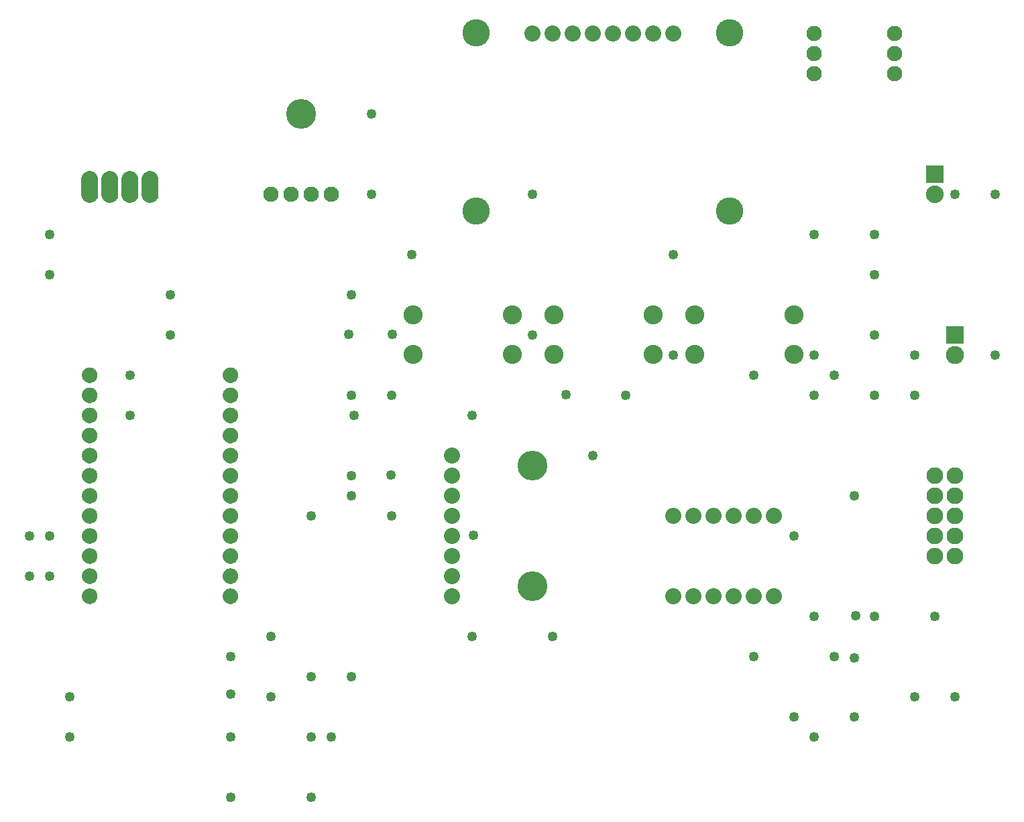
<source format=gbs>
G04 MADE WITH FRITZING*
G04 WWW.FRITZING.ORG*
G04 DOUBLE SIDED*
G04 HOLES PLATED*
G04 CONTOUR ON CENTER OF CONTOUR VECTOR*
%ASAXBY*%
%FSLAX23Y23*%
%MOIN*%
%OFA0B0*%
%SFA1.0B1.0*%
%ADD10C,0.049370*%
%ADD11C,0.084000*%
%ADD12C,0.148425*%
%ADD13C,0.076000*%
%ADD14C,0.090000*%
%ADD15C,0.083667*%
%ADD16C,0.080000*%
%ADD17C,0.095000*%
%ADD18C,0.088000*%
%ADD19C,0.135985*%
%ADD20R,0.090000X0.090000*%
%ADD21R,0.088000X0.088000*%
%ADD22R,0.001000X0.001000*%
%LNMASK0*%
G90*
G70*
G54D10*
X4296Y478D03*
X3996Y478D03*
X1796Y1578D03*
X1596Y1478D03*
X1196Y778D03*
X1196Y593D03*
X1196Y78D03*
X1196Y378D03*
X1996Y1478D03*
X196Y1378D03*
X196Y1178D03*
X4302Y981D03*
X3796Y778D03*
X4796Y578D03*
X4596Y578D03*
G54D11*
X496Y3078D03*
X596Y3078D03*
X696Y3078D03*
X796Y3078D03*
G54D10*
X4096Y2278D03*
X4096Y2078D03*
X4996Y2278D03*
X4396Y2878D03*
X4096Y2878D03*
X4396Y2678D03*
X2404Y1382D03*
X3996Y1378D03*
X4196Y778D03*
X4296Y1578D03*
X4296Y772D03*
X1796Y678D03*
X1596Y678D03*
X1696Y378D03*
X1796Y2078D03*
X1996Y2078D03*
X1993Y1682D03*
X1796Y1678D03*
X2396Y1978D03*
X1811Y1978D03*
X4396Y2378D03*
X4396Y2078D03*
X4096Y378D03*
X4096Y978D03*
X4596Y2078D03*
X4596Y2278D03*
X696Y2178D03*
X696Y1978D03*
X296Y2878D03*
X296Y2678D03*
X4196Y2178D03*
X3796Y2178D03*
X2996Y1778D03*
X2696Y3078D03*
X2696Y2378D03*
X2865Y2082D03*
X3161Y2078D03*
X1396Y878D03*
X1396Y578D03*
X1596Y378D03*
X1596Y78D03*
X4996Y3078D03*
X4796Y3078D03*
X396Y578D03*
X396Y378D03*
X896Y2378D03*
X896Y2578D03*
X1796Y2578D03*
X2096Y2778D03*
X3396Y2778D03*
X3396Y2278D03*
X1896Y3478D03*
X1896Y3078D03*
X2396Y878D03*
X2796Y878D03*
X1783Y2382D03*
X2001Y2382D03*
X296Y1378D03*
X296Y1178D03*
X4396Y978D03*
X4696Y978D03*
G54D12*
X1546Y3478D03*
G54D13*
X1696Y3078D03*
X1596Y3078D03*
X1496Y3078D03*
X1396Y3078D03*
G54D14*
X4796Y2378D03*
X4796Y2278D03*
G54D15*
X4696Y1678D03*
X4796Y1678D03*
X4696Y1578D03*
X4796Y1578D03*
X4696Y1478D03*
X4796Y1478D03*
X4696Y1378D03*
X4796Y1378D03*
X4696Y1278D03*
X4796Y1278D03*
G54D16*
X3496Y1478D03*
X3596Y1478D03*
X3696Y1478D03*
X3796Y1478D03*
X3896Y1478D03*
X3396Y1078D03*
X3496Y1078D03*
X3596Y1078D03*
X3696Y1078D03*
X3796Y1078D03*
X3896Y1078D03*
X3396Y1478D03*
G54D17*
X3504Y2478D03*
X3504Y2281D03*
X3996Y2281D03*
X3996Y2478D03*
X2804Y2478D03*
X2804Y2281D03*
X3296Y2281D03*
X3296Y2478D03*
X2104Y2478D03*
X2104Y2281D03*
X2596Y2281D03*
X2596Y2478D03*
G54D13*
X4496Y3878D03*
X4496Y3778D03*
X4496Y3678D03*
X4096Y3678D03*
X4096Y3778D03*
X4096Y3878D03*
G54D18*
X4696Y3178D03*
X4696Y3078D03*
G54D16*
X2796Y3878D03*
X3396Y3878D03*
G54D19*
X2416Y2995D03*
G54D16*
X2896Y3878D03*
G54D19*
X2416Y3881D03*
G54D16*
X2996Y3878D03*
G54D19*
X3676Y3881D03*
G54D16*
X3096Y3878D03*
G54D19*
X3676Y2995D03*
G54D16*
X3196Y3878D03*
X3296Y3878D03*
X2696Y3878D03*
G54D12*
X2696Y1128D03*
G54D16*
X2296Y1078D03*
X2296Y1178D03*
X2296Y1278D03*
X2296Y1378D03*
G54D12*
X2696Y1728D03*
G54D16*
X2296Y1478D03*
X2296Y1578D03*
X2296Y1678D03*
X2296Y1778D03*
G54D20*
X4796Y2378D03*
G54D21*
X4696Y3178D03*
G54D22*
X488Y3194D02*
X504Y3194D01*
X588Y3194D02*
X604Y3194D01*
X688Y3194D02*
X704Y3194D01*
X788Y3194D02*
X804Y3194D01*
X484Y3193D02*
X507Y3193D01*
X584Y3193D02*
X607Y3193D01*
X684Y3193D02*
X707Y3193D01*
X784Y3193D02*
X807Y3193D01*
X481Y3192D02*
X510Y3192D01*
X581Y3192D02*
X610Y3192D01*
X681Y3192D02*
X710Y3192D01*
X781Y3192D02*
X810Y3192D01*
X479Y3191D02*
X513Y3191D01*
X579Y3191D02*
X613Y3191D01*
X679Y3191D02*
X713Y3191D01*
X779Y3191D02*
X813Y3191D01*
X477Y3190D02*
X515Y3190D01*
X577Y3190D02*
X615Y3190D01*
X677Y3190D02*
X715Y3190D01*
X777Y3190D02*
X815Y3190D01*
X475Y3189D02*
X516Y3189D01*
X575Y3189D02*
X616Y3189D01*
X675Y3189D02*
X716Y3189D01*
X775Y3189D02*
X816Y3189D01*
X473Y3188D02*
X518Y3188D01*
X573Y3188D02*
X618Y3188D01*
X673Y3188D02*
X718Y3188D01*
X773Y3188D02*
X818Y3188D01*
X472Y3187D02*
X520Y3187D01*
X572Y3187D02*
X620Y3187D01*
X672Y3187D02*
X720Y3187D01*
X772Y3187D02*
X820Y3187D01*
X470Y3186D02*
X521Y3186D01*
X570Y3186D02*
X621Y3186D01*
X670Y3186D02*
X721Y3186D01*
X770Y3186D02*
X821Y3186D01*
X469Y3185D02*
X522Y3185D01*
X569Y3185D02*
X622Y3185D01*
X669Y3185D02*
X722Y3185D01*
X769Y3185D02*
X822Y3185D01*
X468Y3184D02*
X523Y3184D01*
X568Y3184D02*
X623Y3184D01*
X668Y3184D02*
X723Y3184D01*
X768Y3184D02*
X823Y3184D01*
X467Y3183D02*
X524Y3183D01*
X567Y3183D02*
X624Y3183D01*
X667Y3183D02*
X724Y3183D01*
X767Y3183D02*
X824Y3183D01*
X466Y3182D02*
X525Y3182D01*
X566Y3182D02*
X625Y3182D01*
X666Y3182D02*
X725Y3182D01*
X766Y3182D02*
X825Y3182D01*
X465Y3181D02*
X526Y3181D01*
X565Y3181D02*
X626Y3181D01*
X665Y3181D02*
X726Y3181D01*
X765Y3181D02*
X826Y3181D01*
X464Y3180D02*
X527Y3180D01*
X564Y3180D02*
X627Y3180D01*
X664Y3180D02*
X727Y3180D01*
X764Y3180D02*
X827Y3180D01*
X463Y3179D02*
X528Y3179D01*
X563Y3179D02*
X628Y3179D01*
X663Y3179D02*
X728Y3179D01*
X763Y3179D02*
X828Y3179D01*
X463Y3178D02*
X529Y3178D01*
X563Y3178D02*
X629Y3178D01*
X663Y3178D02*
X729Y3178D01*
X763Y3178D02*
X829Y3178D01*
X462Y3177D02*
X530Y3177D01*
X562Y3177D02*
X630Y3177D01*
X662Y3177D02*
X729Y3177D01*
X762Y3177D02*
X829Y3177D01*
X461Y3176D02*
X530Y3176D01*
X561Y3176D02*
X630Y3176D01*
X661Y3176D02*
X730Y3176D01*
X761Y3176D02*
X830Y3176D01*
X461Y3175D02*
X531Y3175D01*
X561Y3175D02*
X631Y3175D01*
X661Y3175D02*
X731Y3175D01*
X761Y3175D02*
X831Y3175D01*
X460Y3174D02*
X531Y3174D01*
X560Y3174D02*
X631Y3174D01*
X660Y3174D02*
X731Y3174D01*
X760Y3174D02*
X831Y3174D01*
X459Y3173D02*
X532Y3173D01*
X559Y3173D02*
X632Y3173D01*
X659Y3173D02*
X732Y3173D01*
X759Y3173D02*
X832Y3173D01*
X459Y3172D02*
X532Y3172D01*
X559Y3172D02*
X632Y3172D01*
X659Y3172D02*
X732Y3172D01*
X759Y3172D02*
X832Y3172D01*
X458Y3171D02*
X533Y3171D01*
X558Y3171D02*
X633Y3171D01*
X658Y3171D02*
X733Y3171D01*
X758Y3171D02*
X833Y3171D01*
X458Y3170D02*
X533Y3170D01*
X558Y3170D02*
X633Y3170D01*
X658Y3170D02*
X733Y3170D01*
X758Y3170D02*
X833Y3170D01*
X458Y3169D02*
X534Y3169D01*
X558Y3169D02*
X634Y3169D01*
X657Y3169D02*
X734Y3169D01*
X757Y3169D02*
X834Y3169D01*
X457Y3168D02*
X534Y3168D01*
X557Y3168D02*
X634Y3168D01*
X657Y3168D02*
X734Y3168D01*
X757Y3168D02*
X834Y3168D01*
X457Y3167D02*
X535Y3167D01*
X557Y3167D02*
X635Y3167D01*
X657Y3167D02*
X735Y3167D01*
X757Y3167D02*
X835Y3167D01*
X456Y3166D02*
X535Y3166D01*
X556Y3166D02*
X635Y3166D01*
X656Y3166D02*
X735Y3166D01*
X756Y3166D02*
X835Y3166D01*
X456Y3165D02*
X535Y3165D01*
X556Y3165D02*
X635Y3165D01*
X656Y3165D02*
X735Y3165D01*
X756Y3165D02*
X835Y3165D01*
X456Y3164D02*
X536Y3164D01*
X556Y3164D02*
X636Y3164D01*
X656Y3164D02*
X736Y3164D01*
X756Y3164D02*
X836Y3164D01*
X456Y3163D02*
X536Y3163D01*
X556Y3163D02*
X636Y3163D01*
X656Y3163D02*
X736Y3163D01*
X755Y3163D02*
X836Y3163D01*
X455Y3162D02*
X536Y3162D01*
X555Y3162D02*
X636Y3162D01*
X655Y3162D02*
X736Y3162D01*
X755Y3162D02*
X836Y3162D01*
X455Y3161D02*
X536Y3161D01*
X555Y3161D02*
X636Y3161D01*
X655Y3161D02*
X736Y3161D01*
X755Y3161D02*
X836Y3161D01*
X455Y3160D02*
X537Y3160D01*
X555Y3160D02*
X637Y3160D01*
X655Y3160D02*
X736Y3160D01*
X755Y3160D02*
X836Y3160D01*
X455Y3159D02*
X537Y3159D01*
X555Y3159D02*
X637Y3159D01*
X655Y3159D02*
X737Y3159D01*
X755Y3159D02*
X837Y3159D01*
X455Y3158D02*
X537Y3158D01*
X555Y3158D02*
X637Y3158D01*
X655Y3158D02*
X737Y3158D01*
X755Y3158D02*
X837Y3158D01*
X454Y3157D02*
X537Y3157D01*
X554Y3157D02*
X637Y3157D01*
X654Y3157D02*
X737Y3157D01*
X754Y3157D02*
X837Y3157D01*
X454Y3156D02*
X537Y3156D01*
X554Y3156D02*
X637Y3156D01*
X654Y3156D02*
X737Y3156D01*
X754Y3156D02*
X837Y3156D01*
X454Y3155D02*
X537Y3155D01*
X554Y3155D02*
X637Y3155D01*
X654Y3155D02*
X737Y3155D01*
X754Y3155D02*
X837Y3155D01*
X454Y3154D02*
X537Y3154D01*
X554Y3154D02*
X637Y3154D01*
X654Y3154D02*
X737Y3154D01*
X754Y3154D02*
X837Y3154D01*
X454Y3153D02*
X537Y3153D01*
X554Y3153D02*
X637Y3153D01*
X654Y3153D02*
X737Y3153D01*
X754Y3153D02*
X837Y3153D01*
X454Y3152D02*
X537Y3152D01*
X554Y3152D02*
X637Y3152D01*
X654Y3152D02*
X737Y3152D01*
X754Y3152D02*
X837Y3152D01*
X454Y3151D02*
X537Y3151D01*
X554Y3151D02*
X637Y3151D01*
X654Y3151D02*
X737Y3151D01*
X754Y3151D02*
X837Y3151D01*
X454Y3150D02*
X537Y3150D01*
X554Y3150D02*
X637Y3150D01*
X654Y3150D02*
X737Y3150D01*
X754Y3150D02*
X837Y3150D01*
X454Y3149D02*
X537Y3149D01*
X554Y3149D02*
X637Y3149D01*
X654Y3149D02*
X737Y3149D01*
X754Y3149D02*
X837Y3149D01*
X454Y3148D02*
X537Y3148D01*
X554Y3148D02*
X637Y3148D01*
X654Y3148D02*
X737Y3148D01*
X754Y3148D02*
X837Y3148D01*
X454Y3147D02*
X537Y3147D01*
X554Y3147D02*
X637Y3147D01*
X654Y3147D02*
X737Y3147D01*
X754Y3147D02*
X837Y3147D01*
X454Y3146D02*
X537Y3146D01*
X554Y3146D02*
X637Y3146D01*
X654Y3146D02*
X737Y3146D01*
X754Y3146D02*
X837Y3146D01*
X454Y3145D02*
X537Y3145D01*
X554Y3145D02*
X637Y3145D01*
X654Y3145D02*
X737Y3145D01*
X754Y3145D02*
X837Y3145D01*
X454Y3144D02*
X537Y3144D01*
X554Y3144D02*
X637Y3144D01*
X654Y3144D02*
X737Y3144D01*
X754Y3144D02*
X837Y3144D01*
X454Y3143D02*
X537Y3143D01*
X554Y3143D02*
X637Y3143D01*
X654Y3143D02*
X737Y3143D01*
X754Y3143D02*
X837Y3143D01*
X454Y3142D02*
X537Y3142D01*
X554Y3142D02*
X637Y3142D01*
X654Y3142D02*
X737Y3142D01*
X754Y3142D02*
X837Y3142D01*
X454Y3141D02*
X537Y3141D01*
X554Y3141D02*
X637Y3141D01*
X654Y3141D02*
X737Y3141D01*
X754Y3141D02*
X837Y3141D01*
X454Y3140D02*
X537Y3140D01*
X554Y3140D02*
X637Y3140D01*
X654Y3140D02*
X737Y3140D01*
X754Y3140D02*
X837Y3140D01*
X454Y3139D02*
X537Y3139D01*
X554Y3139D02*
X637Y3139D01*
X654Y3139D02*
X737Y3139D01*
X754Y3139D02*
X837Y3139D01*
X454Y3138D02*
X537Y3138D01*
X554Y3138D02*
X637Y3138D01*
X654Y3138D02*
X737Y3138D01*
X754Y3138D02*
X837Y3138D01*
X454Y3137D02*
X537Y3137D01*
X554Y3137D02*
X637Y3137D01*
X654Y3137D02*
X737Y3137D01*
X754Y3137D02*
X837Y3137D01*
X454Y3136D02*
X537Y3136D01*
X554Y3136D02*
X637Y3136D01*
X654Y3136D02*
X737Y3136D01*
X754Y3136D02*
X837Y3136D01*
X454Y3135D02*
X537Y3135D01*
X554Y3135D02*
X637Y3135D01*
X654Y3135D02*
X737Y3135D01*
X754Y3135D02*
X837Y3135D01*
X454Y3134D02*
X537Y3134D01*
X554Y3134D02*
X637Y3134D01*
X654Y3134D02*
X737Y3134D01*
X754Y3134D02*
X837Y3134D01*
X454Y3133D02*
X537Y3133D01*
X554Y3133D02*
X637Y3133D01*
X654Y3133D02*
X737Y3133D01*
X754Y3133D02*
X837Y3133D01*
X454Y3132D02*
X537Y3132D01*
X554Y3132D02*
X637Y3132D01*
X654Y3132D02*
X737Y3132D01*
X754Y3132D02*
X837Y3132D01*
X454Y3131D02*
X537Y3131D01*
X554Y3131D02*
X637Y3131D01*
X654Y3131D02*
X737Y3131D01*
X754Y3131D02*
X837Y3131D01*
X454Y3130D02*
X537Y3130D01*
X554Y3130D02*
X637Y3130D01*
X654Y3130D02*
X737Y3130D01*
X754Y3130D02*
X837Y3130D01*
X454Y3129D02*
X537Y3129D01*
X554Y3129D02*
X637Y3129D01*
X654Y3129D02*
X737Y3129D01*
X754Y3129D02*
X837Y3129D01*
X454Y3128D02*
X537Y3128D01*
X554Y3128D02*
X637Y3128D01*
X654Y3128D02*
X737Y3128D01*
X754Y3128D02*
X837Y3128D01*
X454Y3127D02*
X537Y3127D01*
X554Y3127D02*
X637Y3127D01*
X654Y3127D02*
X737Y3127D01*
X754Y3127D02*
X837Y3127D01*
X454Y3126D02*
X537Y3126D01*
X554Y3126D02*
X637Y3126D01*
X654Y3126D02*
X737Y3126D01*
X754Y3126D02*
X837Y3126D01*
X454Y3125D02*
X537Y3125D01*
X554Y3125D02*
X637Y3125D01*
X654Y3125D02*
X737Y3125D01*
X754Y3125D02*
X837Y3125D01*
X454Y3124D02*
X537Y3124D01*
X554Y3124D02*
X637Y3124D01*
X654Y3124D02*
X737Y3124D01*
X754Y3124D02*
X837Y3124D01*
X454Y3123D02*
X537Y3123D01*
X554Y3123D02*
X637Y3123D01*
X654Y3123D02*
X737Y3123D01*
X754Y3123D02*
X837Y3123D01*
X454Y3122D02*
X537Y3122D01*
X554Y3122D02*
X637Y3122D01*
X654Y3122D02*
X737Y3122D01*
X754Y3122D02*
X837Y3122D01*
X454Y3121D02*
X537Y3121D01*
X554Y3121D02*
X637Y3121D01*
X654Y3121D02*
X737Y3121D01*
X754Y3121D02*
X837Y3121D01*
X454Y3120D02*
X537Y3120D01*
X554Y3120D02*
X637Y3120D01*
X654Y3120D02*
X737Y3120D01*
X754Y3120D02*
X837Y3120D01*
X454Y3119D02*
X537Y3119D01*
X554Y3119D02*
X637Y3119D01*
X654Y3119D02*
X737Y3119D01*
X754Y3119D02*
X837Y3119D01*
X454Y3118D02*
X537Y3118D01*
X554Y3118D02*
X637Y3118D01*
X654Y3118D02*
X737Y3118D01*
X754Y3118D02*
X837Y3118D01*
X454Y3117D02*
X537Y3117D01*
X554Y3117D02*
X637Y3117D01*
X654Y3117D02*
X737Y3117D01*
X754Y3117D02*
X837Y3117D01*
X454Y3116D02*
X537Y3116D01*
X554Y3116D02*
X637Y3116D01*
X654Y3116D02*
X737Y3116D01*
X754Y3116D02*
X837Y3116D01*
X454Y3115D02*
X537Y3115D01*
X554Y3115D02*
X637Y3115D01*
X654Y3115D02*
X737Y3115D01*
X754Y3115D02*
X837Y3115D01*
X454Y3114D02*
X537Y3114D01*
X554Y3114D02*
X637Y3114D01*
X654Y3114D02*
X737Y3114D01*
X754Y3114D02*
X837Y3114D01*
X454Y3113D02*
X537Y3113D01*
X554Y3113D02*
X637Y3113D01*
X654Y3113D02*
X737Y3113D01*
X754Y3113D02*
X837Y3113D01*
X454Y3112D02*
X537Y3112D01*
X554Y3112D02*
X637Y3112D01*
X654Y3112D02*
X737Y3112D01*
X754Y3112D02*
X837Y3112D01*
X454Y3111D02*
X537Y3111D01*
X554Y3111D02*
X637Y3111D01*
X654Y3111D02*
X737Y3111D01*
X754Y3111D02*
X837Y3111D01*
X454Y3110D02*
X537Y3110D01*
X554Y3110D02*
X637Y3110D01*
X654Y3110D02*
X737Y3110D01*
X754Y3110D02*
X837Y3110D01*
X454Y3109D02*
X537Y3109D01*
X554Y3109D02*
X637Y3109D01*
X654Y3109D02*
X737Y3109D01*
X754Y3109D02*
X837Y3109D01*
X454Y3108D02*
X537Y3108D01*
X554Y3108D02*
X637Y3108D01*
X654Y3108D02*
X737Y3108D01*
X754Y3108D02*
X837Y3108D01*
X454Y3107D02*
X537Y3107D01*
X554Y3107D02*
X637Y3107D01*
X654Y3107D02*
X737Y3107D01*
X754Y3107D02*
X837Y3107D01*
X454Y3106D02*
X537Y3106D01*
X554Y3106D02*
X637Y3106D01*
X654Y3106D02*
X737Y3106D01*
X754Y3106D02*
X837Y3106D01*
X454Y3105D02*
X537Y3105D01*
X554Y3105D02*
X637Y3105D01*
X654Y3105D02*
X737Y3105D01*
X754Y3105D02*
X837Y3105D01*
X454Y3104D02*
X537Y3104D01*
X554Y3104D02*
X637Y3104D01*
X654Y3104D02*
X737Y3104D01*
X754Y3104D02*
X837Y3104D01*
X454Y3103D02*
X537Y3103D01*
X554Y3103D02*
X637Y3103D01*
X654Y3103D02*
X737Y3103D01*
X754Y3103D02*
X837Y3103D01*
X454Y3102D02*
X537Y3102D01*
X554Y3102D02*
X637Y3102D01*
X654Y3102D02*
X737Y3102D01*
X754Y3102D02*
X837Y3102D01*
X454Y3101D02*
X537Y3101D01*
X554Y3101D02*
X637Y3101D01*
X654Y3101D02*
X737Y3101D01*
X754Y3101D02*
X837Y3101D01*
X454Y3100D02*
X537Y3100D01*
X554Y3100D02*
X637Y3100D01*
X654Y3100D02*
X737Y3100D01*
X754Y3100D02*
X837Y3100D01*
X454Y3099D02*
X537Y3099D01*
X554Y3099D02*
X637Y3099D01*
X654Y3099D02*
X737Y3099D01*
X754Y3099D02*
X837Y3099D01*
X454Y3098D02*
X537Y3098D01*
X554Y3098D02*
X637Y3098D01*
X654Y3098D02*
X737Y3098D01*
X754Y3098D02*
X837Y3098D01*
X454Y3097D02*
X537Y3097D01*
X554Y3097D02*
X637Y3097D01*
X654Y3097D02*
X737Y3097D01*
X754Y3097D02*
X837Y3097D01*
X454Y3096D02*
X537Y3096D01*
X554Y3096D02*
X637Y3096D01*
X654Y3096D02*
X737Y3096D01*
X754Y3096D02*
X837Y3096D01*
X454Y3095D02*
X490Y3095D01*
X502Y3095D02*
X537Y3095D01*
X554Y3095D02*
X590Y3095D01*
X602Y3095D02*
X637Y3095D01*
X654Y3095D02*
X690Y3095D01*
X702Y3095D02*
X737Y3095D01*
X754Y3095D02*
X790Y3095D01*
X802Y3095D02*
X837Y3095D01*
X454Y3094D02*
X487Y3094D01*
X504Y3094D02*
X537Y3094D01*
X554Y3094D02*
X587Y3094D01*
X604Y3094D02*
X637Y3094D01*
X654Y3094D02*
X687Y3094D01*
X704Y3094D02*
X737Y3094D01*
X754Y3094D02*
X787Y3094D01*
X804Y3094D02*
X837Y3094D01*
X454Y3093D02*
X486Y3093D01*
X506Y3093D02*
X537Y3093D01*
X554Y3093D02*
X586Y3093D01*
X606Y3093D02*
X637Y3093D01*
X654Y3093D02*
X686Y3093D01*
X706Y3093D02*
X737Y3093D01*
X754Y3093D02*
X786Y3093D01*
X806Y3093D02*
X837Y3093D01*
X454Y3092D02*
X484Y3092D01*
X507Y3092D02*
X537Y3092D01*
X554Y3092D02*
X584Y3092D01*
X607Y3092D02*
X637Y3092D01*
X654Y3092D02*
X684Y3092D01*
X707Y3092D02*
X737Y3092D01*
X754Y3092D02*
X784Y3092D01*
X807Y3092D02*
X837Y3092D01*
X454Y3091D02*
X483Y3091D01*
X508Y3091D02*
X537Y3091D01*
X554Y3091D02*
X583Y3091D01*
X608Y3091D02*
X637Y3091D01*
X654Y3091D02*
X683Y3091D01*
X708Y3091D02*
X737Y3091D01*
X754Y3091D02*
X783Y3091D01*
X808Y3091D02*
X837Y3091D01*
X454Y3090D02*
X482Y3090D01*
X509Y3090D02*
X537Y3090D01*
X554Y3090D02*
X582Y3090D01*
X609Y3090D02*
X637Y3090D01*
X654Y3090D02*
X682Y3090D01*
X709Y3090D02*
X737Y3090D01*
X754Y3090D02*
X782Y3090D01*
X809Y3090D02*
X837Y3090D01*
X454Y3089D02*
X482Y3089D01*
X510Y3089D02*
X537Y3089D01*
X554Y3089D02*
X582Y3089D01*
X610Y3089D02*
X637Y3089D01*
X654Y3089D02*
X682Y3089D01*
X710Y3089D02*
X737Y3089D01*
X754Y3089D02*
X781Y3089D01*
X810Y3089D02*
X837Y3089D01*
X454Y3088D02*
X481Y3088D01*
X511Y3088D02*
X537Y3088D01*
X554Y3088D02*
X581Y3088D01*
X611Y3088D02*
X637Y3088D01*
X654Y3088D02*
X681Y3088D01*
X711Y3088D02*
X737Y3088D01*
X754Y3088D02*
X781Y3088D01*
X811Y3088D02*
X837Y3088D01*
X454Y3087D02*
X480Y3087D01*
X511Y3087D02*
X537Y3087D01*
X554Y3087D02*
X580Y3087D01*
X611Y3087D02*
X637Y3087D01*
X654Y3087D02*
X680Y3087D01*
X711Y3087D02*
X737Y3087D01*
X754Y3087D02*
X780Y3087D01*
X811Y3087D02*
X837Y3087D01*
X454Y3086D02*
X480Y3086D01*
X512Y3086D02*
X537Y3086D01*
X554Y3086D02*
X580Y3086D01*
X612Y3086D02*
X637Y3086D01*
X654Y3086D02*
X680Y3086D01*
X712Y3086D02*
X737Y3086D01*
X754Y3086D02*
X780Y3086D01*
X812Y3086D02*
X837Y3086D01*
X454Y3085D02*
X479Y3085D01*
X512Y3085D02*
X537Y3085D01*
X554Y3085D02*
X579Y3085D01*
X612Y3085D02*
X637Y3085D01*
X654Y3085D02*
X679Y3085D01*
X712Y3085D02*
X737Y3085D01*
X754Y3085D02*
X779Y3085D01*
X812Y3085D02*
X837Y3085D01*
X454Y3084D02*
X479Y3084D01*
X512Y3084D02*
X537Y3084D01*
X554Y3084D02*
X579Y3084D01*
X612Y3084D02*
X637Y3084D01*
X654Y3084D02*
X679Y3084D01*
X712Y3084D02*
X737Y3084D01*
X754Y3084D02*
X779Y3084D01*
X812Y3084D02*
X837Y3084D01*
X454Y3083D02*
X479Y3083D01*
X513Y3083D02*
X537Y3083D01*
X554Y3083D02*
X579Y3083D01*
X613Y3083D02*
X637Y3083D01*
X654Y3083D02*
X679Y3083D01*
X713Y3083D02*
X737Y3083D01*
X754Y3083D02*
X779Y3083D01*
X813Y3083D02*
X837Y3083D01*
X454Y3082D02*
X478Y3082D01*
X513Y3082D02*
X537Y3082D01*
X554Y3082D02*
X578Y3082D01*
X613Y3082D02*
X637Y3082D01*
X654Y3082D02*
X678Y3082D01*
X713Y3082D02*
X737Y3082D01*
X754Y3082D02*
X778Y3082D01*
X813Y3082D02*
X837Y3082D01*
X454Y3081D02*
X478Y3081D01*
X513Y3081D02*
X537Y3081D01*
X554Y3081D02*
X578Y3081D01*
X613Y3081D02*
X637Y3081D01*
X654Y3081D02*
X678Y3081D01*
X713Y3081D02*
X737Y3081D01*
X754Y3081D02*
X778Y3081D01*
X813Y3081D02*
X837Y3081D01*
X454Y3080D02*
X478Y3080D01*
X513Y3080D02*
X537Y3080D01*
X554Y3080D02*
X578Y3080D01*
X613Y3080D02*
X637Y3080D01*
X654Y3080D02*
X678Y3080D01*
X713Y3080D02*
X737Y3080D01*
X754Y3080D02*
X778Y3080D01*
X813Y3080D02*
X837Y3080D01*
X454Y3079D02*
X478Y3079D01*
X513Y3079D02*
X537Y3079D01*
X554Y3079D02*
X578Y3079D01*
X613Y3079D02*
X637Y3079D01*
X654Y3079D02*
X678Y3079D01*
X713Y3079D02*
X737Y3079D01*
X754Y3079D02*
X778Y3079D01*
X813Y3079D02*
X837Y3079D01*
X454Y3078D02*
X478Y3078D01*
X513Y3078D02*
X537Y3078D01*
X554Y3078D02*
X578Y3078D01*
X613Y3078D02*
X637Y3078D01*
X654Y3078D02*
X678Y3078D01*
X713Y3078D02*
X737Y3078D01*
X754Y3078D02*
X778Y3078D01*
X813Y3078D02*
X837Y3078D01*
X454Y3077D02*
X478Y3077D01*
X513Y3077D02*
X537Y3077D01*
X554Y3077D02*
X578Y3077D01*
X613Y3077D02*
X637Y3077D01*
X654Y3077D02*
X678Y3077D01*
X713Y3077D02*
X737Y3077D01*
X754Y3077D02*
X778Y3077D01*
X813Y3077D02*
X837Y3077D01*
X454Y3076D02*
X478Y3076D01*
X513Y3076D02*
X537Y3076D01*
X554Y3076D02*
X578Y3076D01*
X613Y3076D02*
X637Y3076D01*
X654Y3076D02*
X678Y3076D01*
X713Y3076D02*
X737Y3076D01*
X754Y3076D02*
X778Y3076D01*
X813Y3076D02*
X837Y3076D01*
X454Y3075D02*
X479Y3075D01*
X513Y3075D02*
X537Y3075D01*
X554Y3075D02*
X579Y3075D01*
X613Y3075D02*
X637Y3075D01*
X654Y3075D02*
X679Y3075D01*
X713Y3075D02*
X737Y3075D01*
X754Y3075D02*
X779Y3075D01*
X813Y3075D02*
X837Y3075D01*
X455Y3074D02*
X479Y3074D01*
X512Y3074D02*
X537Y3074D01*
X555Y3074D02*
X579Y3074D01*
X612Y3074D02*
X637Y3074D01*
X655Y3074D02*
X679Y3074D01*
X712Y3074D02*
X737Y3074D01*
X754Y3074D02*
X779Y3074D01*
X812Y3074D02*
X837Y3074D01*
X455Y3073D02*
X479Y3073D01*
X512Y3073D02*
X537Y3073D01*
X555Y3073D02*
X579Y3073D01*
X612Y3073D02*
X637Y3073D01*
X655Y3073D02*
X679Y3073D01*
X712Y3073D02*
X737Y3073D01*
X755Y3073D02*
X779Y3073D01*
X812Y3073D02*
X837Y3073D01*
X455Y3072D02*
X480Y3072D01*
X512Y3072D02*
X537Y3072D01*
X555Y3072D02*
X580Y3072D01*
X612Y3072D02*
X637Y3072D01*
X655Y3072D02*
X680Y3072D01*
X712Y3072D02*
X737Y3072D01*
X755Y3072D02*
X780Y3072D01*
X812Y3072D02*
X836Y3072D01*
X455Y3071D02*
X480Y3071D01*
X511Y3071D02*
X536Y3071D01*
X555Y3071D02*
X580Y3071D01*
X611Y3071D02*
X636Y3071D01*
X655Y3071D02*
X680Y3071D01*
X711Y3071D02*
X736Y3071D01*
X755Y3071D02*
X780Y3071D01*
X811Y3071D02*
X836Y3071D01*
X455Y3070D02*
X481Y3070D01*
X511Y3070D02*
X536Y3070D01*
X555Y3070D02*
X581Y3070D01*
X611Y3070D02*
X636Y3070D01*
X655Y3070D02*
X681Y3070D01*
X711Y3070D02*
X736Y3070D01*
X755Y3070D02*
X781Y3070D01*
X811Y3070D02*
X836Y3070D01*
X456Y3069D02*
X481Y3069D01*
X510Y3069D02*
X536Y3069D01*
X555Y3069D02*
X581Y3069D01*
X610Y3069D02*
X636Y3069D01*
X655Y3069D02*
X681Y3069D01*
X710Y3069D02*
X736Y3069D01*
X755Y3069D02*
X781Y3069D01*
X810Y3069D02*
X836Y3069D01*
X456Y3068D02*
X482Y3068D01*
X509Y3068D02*
X536Y3068D01*
X556Y3068D02*
X582Y3068D01*
X609Y3068D02*
X636Y3068D01*
X656Y3068D02*
X682Y3068D01*
X709Y3068D02*
X736Y3068D01*
X756Y3068D02*
X782Y3068D01*
X809Y3068D02*
X836Y3068D01*
X456Y3067D02*
X483Y3067D01*
X508Y3067D02*
X535Y3067D01*
X556Y3067D02*
X583Y3067D01*
X608Y3067D02*
X635Y3067D01*
X656Y3067D02*
X683Y3067D01*
X708Y3067D02*
X735Y3067D01*
X756Y3067D02*
X783Y3067D01*
X808Y3067D02*
X835Y3067D01*
X456Y3066D02*
X484Y3066D01*
X507Y3066D02*
X535Y3066D01*
X556Y3066D02*
X584Y3066D01*
X607Y3066D02*
X635Y3066D01*
X656Y3066D02*
X684Y3066D01*
X707Y3066D02*
X735Y3066D01*
X756Y3066D02*
X784Y3066D01*
X807Y3066D02*
X835Y3066D01*
X457Y3065D02*
X485Y3065D01*
X506Y3065D02*
X535Y3065D01*
X557Y3065D02*
X585Y3065D01*
X606Y3065D02*
X635Y3065D01*
X657Y3065D02*
X685Y3065D01*
X706Y3065D02*
X735Y3065D01*
X757Y3065D02*
X785Y3065D01*
X806Y3065D02*
X835Y3065D01*
X457Y3064D02*
X487Y3064D01*
X504Y3064D02*
X534Y3064D01*
X557Y3064D02*
X587Y3064D01*
X604Y3064D02*
X634Y3064D01*
X657Y3064D02*
X687Y3064D01*
X704Y3064D02*
X734Y3064D01*
X757Y3064D02*
X787Y3064D01*
X804Y3064D02*
X834Y3064D01*
X457Y3063D02*
X489Y3063D01*
X502Y3063D02*
X534Y3063D01*
X557Y3063D02*
X589Y3063D01*
X602Y3063D02*
X634Y3063D01*
X657Y3063D02*
X689Y3063D01*
X702Y3063D02*
X734Y3063D01*
X757Y3063D02*
X789Y3063D01*
X802Y3063D02*
X834Y3063D01*
X458Y3062D02*
X495Y3062D01*
X497Y3062D02*
X534Y3062D01*
X558Y3062D02*
X595Y3062D01*
X597Y3062D02*
X634Y3062D01*
X658Y3062D02*
X695Y3062D01*
X697Y3062D02*
X733Y3062D01*
X758Y3062D02*
X795Y3062D01*
X797Y3062D02*
X833Y3062D01*
X458Y3061D02*
X533Y3061D01*
X558Y3061D02*
X633Y3061D01*
X658Y3061D02*
X733Y3061D01*
X758Y3061D02*
X833Y3061D01*
X459Y3060D02*
X533Y3060D01*
X559Y3060D02*
X633Y3060D01*
X659Y3060D02*
X733Y3060D01*
X759Y3060D02*
X833Y3060D01*
X459Y3059D02*
X532Y3059D01*
X559Y3059D02*
X632Y3059D01*
X659Y3059D02*
X732Y3059D01*
X759Y3059D02*
X832Y3059D01*
X460Y3058D02*
X531Y3058D01*
X560Y3058D02*
X631Y3058D01*
X660Y3058D02*
X731Y3058D01*
X760Y3058D02*
X831Y3058D01*
X461Y3057D02*
X531Y3057D01*
X561Y3057D02*
X631Y3057D01*
X660Y3057D02*
X731Y3057D01*
X760Y3057D02*
X831Y3057D01*
X461Y3056D02*
X530Y3056D01*
X561Y3056D02*
X630Y3056D01*
X661Y3056D02*
X730Y3056D01*
X761Y3056D02*
X830Y3056D01*
X462Y3055D02*
X530Y3055D01*
X562Y3055D02*
X630Y3055D01*
X662Y3055D02*
X730Y3055D01*
X762Y3055D02*
X830Y3055D01*
X463Y3054D02*
X529Y3054D01*
X563Y3054D02*
X629Y3054D01*
X662Y3054D02*
X729Y3054D01*
X762Y3054D02*
X829Y3054D01*
X463Y3053D02*
X528Y3053D01*
X563Y3053D02*
X628Y3053D01*
X663Y3053D02*
X728Y3053D01*
X763Y3053D02*
X828Y3053D01*
X464Y3052D02*
X527Y3052D01*
X564Y3052D02*
X627Y3052D01*
X664Y3052D02*
X727Y3052D01*
X764Y3052D02*
X827Y3052D01*
X465Y3051D02*
X526Y3051D01*
X565Y3051D02*
X626Y3051D01*
X665Y3051D02*
X726Y3051D01*
X765Y3051D02*
X826Y3051D01*
X466Y3050D02*
X526Y3050D01*
X566Y3050D02*
X626Y3050D01*
X666Y3050D02*
X726Y3050D01*
X766Y3050D02*
X826Y3050D01*
X467Y3049D02*
X525Y3049D01*
X567Y3049D02*
X625Y3049D01*
X667Y3049D02*
X725Y3049D01*
X767Y3049D02*
X825Y3049D01*
X468Y3048D02*
X524Y3048D01*
X568Y3048D02*
X624Y3048D01*
X668Y3048D02*
X723Y3048D01*
X768Y3048D02*
X823Y3048D01*
X469Y3047D02*
X522Y3047D01*
X569Y3047D02*
X622Y3047D01*
X669Y3047D02*
X722Y3047D01*
X769Y3047D02*
X822Y3047D01*
X470Y3046D02*
X521Y3046D01*
X570Y3046D02*
X621Y3046D01*
X670Y3046D02*
X721Y3046D01*
X770Y3046D02*
X821Y3046D01*
X472Y3045D02*
X520Y3045D01*
X572Y3045D02*
X620Y3045D01*
X672Y3045D02*
X720Y3045D01*
X772Y3045D02*
X820Y3045D01*
X473Y3044D02*
X518Y3044D01*
X573Y3044D02*
X618Y3044D01*
X673Y3044D02*
X718Y3044D01*
X773Y3044D02*
X818Y3044D01*
X475Y3043D02*
X517Y3043D01*
X575Y3043D02*
X617Y3043D01*
X675Y3043D02*
X717Y3043D01*
X775Y3043D02*
X817Y3043D01*
X476Y3042D02*
X515Y3042D01*
X576Y3042D02*
X615Y3042D01*
X676Y3042D02*
X715Y3042D01*
X776Y3042D02*
X815Y3042D01*
X479Y3041D02*
X513Y3041D01*
X578Y3041D02*
X613Y3041D01*
X678Y3041D02*
X713Y3041D01*
X778Y3041D02*
X813Y3041D01*
X481Y3040D02*
X511Y3040D01*
X581Y3040D02*
X611Y3040D01*
X681Y3040D02*
X711Y3040D01*
X781Y3040D02*
X811Y3040D01*
X483Y3039D02*
X508Y3039D01*
X583Y3039D02*
X608Y3039D01*
X683Y3039D02*
X708Y3039D01*
X783Y3039D02*
X808Y3039D01*
X487Y3038D02*
X504Y3038D01*
X587Y3038D02*
X604Y3038D01*
X687Y3038D02*
X704Y3038D01*
X787Y3038D02*
X804Y3038D01*
X495Y3037D02*
X496Y3037D01*
X595Y3037D02*
X596Y3037D01*
X695Y3037D02*
X696Y3037D01*
X795Y3037D02*
X796Y3037D01*
X495Y2218D02*
X497Y2218D01*
X1195Y2218D02*
X1196Y2218D01*
X488Y2217D02*
X504Y2217D01*
X1187Y2217D02*
X1203Y2217D01*
X484Y2216D02*
X507Y2216D01*
X1184Y2216D02*
X1207Y2216D01*
X481Y2215D02*
X510Y2215D01*
X1181Y2215D02*
X1210Y2215D01*
X479Y2214D02*
X512Y2214D01*
X1179Y2214D02*
X1212Y2214D01*
X477Y2213D02*
X514Y2213D01*
X1177Y2213D02*
X1214Y2213D01*
X475Y2212D02*
X516Y2212D01*
X1175Y2212D02*
X1216Y2212D01*
X474Y2211D02*
X517Y2211D01*
X1173Y2211D02*
X1217Y2211D01*
X472Y2210D02*
X519Y2210D01*
X1172Y2210D02*
X1219Y2210D01*
X471Y2209D02*
X520Y2209D01*
X1171Y2209D02*
X1220Y2209D01*
X470Y2208D02*
X521Y2208D01*
X1170Y2208D02*
X1221Y2208D01*
X469Y2207D02*
X523Y2207D01*
X1168Y2207D02*
X1222Y2207D01*
X468Y2206D02*
X523Y2206D01*
X1167Y2206D02*
X1223Y2206D01*
X467Y2205D02*
X524Y2205D01*
X1167Y2205D02*
X1224Y2205D01*
X466Y2204D02*
X525Y2204D01*
X1166Y2204D02*
X1225Y2204D01*
X465Y2203D02*
X526Y2203D01*
X1165Y2203D02*
X1226Y2203D01*
X464Y2202D02*
X527Y2202D01*
X1164Y2202D02*
X1227Y2202D01*
X464Y2201D02*
X527Y2201D01*
X1164Y2201D02*
X1227Y2201D01*
X463Y2200D02*
X528Y2200D01*
X1163Y2200D02*
X1228Y2200D01*
X463Y2199D02*
X529Y2199D01*
X1163Y2199D02*
X1229Y2199D01*
X462Y2198D02*
X529Y2198D01*
X1162Y2198D02*
X1229Y2198D01*
X462Y2197D02*
X530Y2197D01*
X1161Y2197D02*
X1230Y2197D01*
X461Y2196D02*
X530Y2196D01*
X1161Y2196D02*
X1230Y2196D01*
X461Y2195D02*
X531Y2195D01*
X1161Y2195D02*
X1231Y2195D01*
X460Y2194D02*
X531Y2194D01*
X1160Y2194D02*
X1231Y2194D01*
X460Y2193D02*
X532Y2193D01*
X1160Y2193D02*
X1232Y2193D01*
X460Y2192D02*
X532Y2192D01*
X1159Y2192D02*
X1232Y2192D01*
X459Y2191D02*
X532Y2191D01*
X1159Y2191D02*
X1232Y2191D01*
X459Y2190D02*
X533Y2190D01*
X1159Y2190D02*
X1232Y2190D01*
X459Y2189D02*
X533Y2189D01*
X1159Y2189D02*
X1233Y2189D01*
X458Y2188D02*
X533Y2188D01*
X1158Y2188D02*
X1233Y2188D01*
X458Y2187D02*
X533Y2187D01*
X1158Y2187D02*
X1233Y2187D01*
X458Y2186D02*
X534Y2186D01*
X1158Y2186D02*
X1233Y2186D01*
X458Y2185D02*
X534Y2185D01*
X1158Y2185D02*
X1234Y2185D01*
X458Y2184D02*
X534Y2184D01*
X1157Y2184D02*
X1234Y2184D01*
X457Y2183D02*
X534Y2183D01*
X1157Y2183D02*
X1234Y2183D01*
X457Y2182D02*
X534Y2182D01*
X1157Y2182D02*
X1234Y2182D01*
X457Y2181D02*
X534Y2181D01*
X1157Y2181D02*
X1234Y2181D01*
X457Y2180D02*
X534Y2180D01*
X1157Y2180D02*
X1234Y2180D01*
X457Y2179D02*
X534Y2179D01*
X1157Y2179D02*
X1234Y2179D01*
X457Y2178D02*
X534Y2178D01*
X1157Y2178D02*
X1234Y2178D01*
X457Y2177D02*
X534Y2177D01*
X1157Y2177D02*
X1234Y2177D01*
X457Y2176D02*
X534Y2176D01*
X1157Y2176D02*
X1234Y2176D01*
X457Y2175D02*
X534Y2175D01*
X1157Y2175D02*
X1234Y2175D01*
X458Y2174D02*
X534Y2174D01*
X1158Y2174D02*
X1234Y2174D01*
X458Y2173D02*
X534Y2173D01*
X1158Y2173D02*
X1233Y2173D01*
X458Y2172D02*
X533Y2172D01*
X1158Y2172D02*
X1233Y2172D01*
X458Y2171D02*
X533Y2171D01*
X1158Y2171D02*
X1233Y2171D01*
X458Y2170D02*
X533Y2170D01*
X1158Y2170D02*
X1233Y2170D01*
X459Y2169D02*
X533Y2169D01*
X1159Y2169D02*
X1232Y2169D01*
X459Y2168D02*
X532Y2168D01*
X1159Y2168D02*
X1232Y2168D01*
X459Y2167D02*
X532Y2167D01*
X1159Y2167D02*
X1232Y2167D01*
X460Y2166D02*
X532Y2166D01*
X1160Y2166D02*
X1231Y2166D01*
X460Y2165D02*
X531Y2165D01*
X1160Y2165D02*
X1231Y2165D01*
X460Y2164D02*
X531Y2164D01*
X1160Y2164D02*
X1231Y2164D01*
X461Y2163D02*
X530Y2163D01*
X1161Y2163D02*
X1230Y2163D01*
X461Y2162D02*
X530Y2162D01*
X1161Y2162D02*
X1230Y2162D01*
X462Y2161D02*
X529Y2161D01*
X1162Y2161D02*
X1229Y2161D01*
X462Y2160D02*
X529Y2160D01*
X1162Y2160D02*
X1229Y2160D01*
X463Y2159D02*
X528Y2159D01*
X1163Y2159D02*
X1228Y2159D01*
X464Y2158D02*
X528Y2158D01*
X1163Y2158D02*
X1227Y2158D01*
X464Y2157D02*
X527Y2157D01*
X1164Y2157D02*
X1227Y2157D01*
X465Y2156D02*
X526Y2156D01*
X1165Y2156D02*
X1226Y2156D01*
X466Y2155D02*
X526Y2155D01*
X1165Y2155D02*
X1225Y2155D01*
X466Y2154D02*
X525Y2154D01*
X1166Y2154D02*
X1225Y2154D01*
X467Y2153D02*
X524Y2153D01*
X1167Y2153D02*
X1224Y2153D01*
X468Y2152D02*
X523Y2152D01*
X1168Y2152D02*
X1223Y2152D01*
X469Y2151D02*
X522Y2151D01*
X1169Y2151D02*
X1222Y2151D01*
X470Y2150D02*
X521Y2150D01*
X1170Y2150D02*
X1221Y2150D01*
X471Y2149D02*
X520Y2149D01*
X1171Y2149D02*
X1219Y2149D01*
X473Y2148D02*
X518Y2148D01*
X1173Y2148D02*
X1218Y2148D01*
X474Y2147D02*
X517Y2147D01*
X1174Y2147D02*
X1217Y2147D01*
X476Y2146D02*
X515Y2146D01*
X1175Y2146D02*
X1215Y2146D01*
X477Y2145D02*
X513Y2145D01*
X1177Y2145D02*
X1213Y2145D01*
X479Y2144D02*
X511Y2144D01*
X1179Y2144D02*
X1211Y2144D01*
X481Y2143D02*
X509Y2143D01*
X1181Y2143D02*
X1209Y2143D01*
X484Y2142D02*
X506Y2142D01*
X1184Y2142D02*
X1206Y2142D01*
X488Y2141D02*
X503Y2141D01*
X1188Y2141D02*
X1203Y2141D01*
X494Y2118D02*
X497Y2118D01*
X1194Y2118D02*
X1197Y2118D01*
X488Y2117D02*
X504Y2117D01*
X1187Y2117D02*
X1203Y2117D01*
X484Y2116D02*
X507Y2116D01*
X1184Y2116D02*
X1207Y2116D01*
X481Y2115D02*
X510Y2115D01*
X1181Y2115D02*
X1210Y2115D01*
X479Y2114D02*
X512Y2114D01*
X1179Y2114D02*
X1212Y2114D01*
X477Y2113D02*
X514Y2113D01*
X1177Y2113D02*
X1214Y2113D01*
X475Y2112D02*
X516Y2112D01*
X1175Y2112D02*
X1216Y2112D01*
X473Y2111D02*
X518Y2111D01*
X1173Y2111D02*
X1217Y2111D01*
X472Y2110D02*
X519Y2110D01*
X1172Y2110D02*
X1219Y2110D01*
X471Y2109D02*
X520Y2109D01*
X1171Y2109D02*
X1220Y2109D01*
X470Y2108D02*
X521Y2108D01*
X1170Y2108D02*
X1221Y2108D01*
X469Y2107D02*
X523Y2107D01*
X1168Y2107D02*
X1222Y2107D01*
X468Y2106D02*
X523Y2106D01*
X1167Y2106D02*
X1223Y2106D01*
X467Y2105D02*
X524Y2105D01*
X1167Y2105D02*
X1224Y2105D01*
X466Y2104D02*
X525Y2104D01*
X1166Y2104D02*
X1225Y2104D01*
X465Y2103D02*
X526Y2103D01*
X1165Y2103D02*
X1226Y2103D01*
X464Y2102D02*
X527Y2102D01*
X1164Y2102D02*
X1227Y2102D01*
X464Y2101D02*
X527Y2101D01*
X1164Y2101D02*
X1227Y2101D01*
X463Y2100D02*
X528Y2100D01*
X1163Y2100D02*
X1228Y2100D01*
X463Y2099D02*
X529Y2099D01*
X1163Y2099D02*
X1229Y2099D01*
X462Y2098D02*
X529Y2098D01*
X1162Y2098D02*
X1229Y2098D01*
X462Y2097D02*
X530Y2097D01*
X1161Y2097D02*
X1230Y2097D01*
X461Y2096D02*
X530Y2096D01*
X1161Y2096D02*
X1230Y2096D01*
X461Y2095D02*
X531Y2095D01*
X1161Y2095D02*
X1231Y2095D01*
X460Y2094D02*
X531Y2094D01*
X1160Y2094D02*
X1231Y2094D01*
X460Y2093D02*
X532Y2093D01*
X1160Y2093D02*
X1232Y2093D01*
X460Y2092D02*
X532Y2092D01*
X1159Y2092D02*
X1232Y2092D01*
X459Y2091D02*
X532Y2091D01*
X1159Y2091D02*
X1232Y2091D01*
X459Y2090D02*
X533Y2090D01*
X1159Y2090D02*
X1232Y2090D01*
X459Y2089D02*
X533Y2089D01*
X1159Y2089D02*
X1233Y2089D01*
X458Y2088D02*
X533Y2088D01*
X1158Y2088D02*
X1233Y2088D01*
X458Y2087D02*
X533Y2087D01*
X1158Y2087D02*
X1233Y2087D01*
X458Y2086D02*
X534Y2086D01*
X1158Y2086D02*
X1233Y2086D01*
X458Y2085D02*
X534Y2085D01*
X1158Y2085D02*
X1234Y2085D01*
X458Y2084D02*
X534Y2084D01*
X1157Y2084D02*
X1234Y2084D01*
X457Y2083D02*
X534Y2083D01*
X1157Y2083D02*
X1234Y2083D01*
X457Y2082D02*
X534Y2082D01*
X1157Y2082D02*
X1234Y2082D01*
X457Y2081D02*
X534Y2081D01*
X1157Y2081D02*
X1234Y2081D01*
X457Y2080D02*
X534Y2080D01*
X1157Y2080D02*
X1234Y2080D01*
X457Y2079D02*
X534Y2079D01*
X1157Y2079D02*
X1234Y2079D01*
X457Y2078D02*
X534Y2078D01*
X1157Y2078D02*
X1234Y2078D01*
X457Y2077D02*
X534Y2077D01*
X1157Y2077D02*
X1234Y2077D01*
X457Y2076D02*
X534Y2076D01*
X1157Y2076D02*
X1234Y2076D01*
X458Y2075D02*
X534Y2075D01*
X1157Y2075D02*
X1234Y2075D01*
X458Y2074D02*
X534Y2074D01*
X1158Y2074D02*
X1234Y2074D01*
X458Y2073D02*
X534Y2073D01*
X1158Y2073D02*
X1233Y2073D01*
X458Y2072D02*
X533Y2072D01*
X1158Y2072D02*
X1233Y2072D01*
X458Y2071D02*
X533Y2071D01*
X1158Y2071D02*
X1233Y2071D01*
X458Y2070D02*
X533Y2070D01*
X1158Y2070D02*
X1233Y2070D01*
X459Y2069D02*
X533Y2069D01*
X1159Y2069D02*
X1232Y2069D01*
X459Y2068D02*
X532Y2068D01*
X1159Y2068D02*
X1232Y2068D01*
X459Y2067D02*
X532Y2067D01*
X1159Y2067D02*
X1232Y2067D01*
X460Y2066D02*
X532Y2066D01*
X1160Y2066D02*
X1231Y2066D01*
X460Y2065D02*
X531Y2065D01*
X1160Y2065D02*
X1231Y2065D01*
X460Y2064D02*
X531Y2064D01*
X1160Y2064D02*
X1231Y2064D01*
X461Y2063D02*
X530Y2063D01*
X1161Y2063D02*
X1230Y2063D01*
X461Y2062D02*
X530Y2062D01*
X1161Y2062D02*
X1230Y2062D01*
X462Y2061D02*
X529Y2061D01*
X1162Y2061D02*
X1229Y2061D01*
X462Y2060D02*
X529Y2060D01*
X1162Y2060D02*
X1229Y2060D01*
X463Y2059D02*
X528Y2059D01*
X1163Y2059D02*
X1228Y2059D01*
X464Y2058D02*
X528Y2058D01*
X1163Y2058D02*
X1227Y2058D01*
X464Y2057D02*
X527Y2057D01*
X1164Y2057D02*
X1227Y2057D01*
X465Y2056D02*
X526Y2056D01*
X1165Y2056D02*
X1226Y2056D01*
X466Y2055D02*
X526Y2055D01*
X1165Y2055D02*
X1225Y2055D01*
X466Y2054D02*
X525Y2054D01*
X1166Y2054D02*
X1225Y2054D01*
X467Y2053D02*
X524Y2053D01*
X1167Y2053D02*
X1224Y2053D01*
X468Y2052D02*
X523Y2052D01*
X1168Y2052D02*
X1223Y2052D01*
X469Y2051D02*
X522Y2051D01*
X1169Y2051D02*
X1222Y2051D01*
X470Y2050D02*
X521Y2050D01*
X1170Y2050D02*
X1221Y2050D01*
X471Y2049D02*
X520Y2049D01*
X1171Y2049D02*
X1219Y2049D01*
X473Y2048D02*
X518Y2048D01*
X1173Y2048D02*
X1218Y2048D01*
X474Y2047D02*
X517Y2047D01*
X1174Y2047D02*
X1217Y2047D01*
X476Y2046D02*
X515Y2046D01*
X1176Y2046D02*
X1215Y2046D01*
X477Y2045D02*
X513Y2045D01*
X1177Y2045D02*
X1213Y2045D01*
X479Y2044D02*
X511Y2044D01*
X1179Y2044D02*
X1211Y2044D01*
X481Y2043D02*
X509Y2043D01*
X1181Y2043D02*
X1209Y2043D01*
X484Y2042D02*
X506Y2042D01*
X1184Y2042D02*
X1206Y2042D01*
X488Y2041D02*
X503Y2041D01*
X1188Y2041D02*
X1203Y2041D01*
X494Y2018D02*
X497Y2018D01*
X1194Y2018D02*
X1197Y2018D01*
X487Y2017D02*
X504Y2017D01*
X1187Y2017D02*
X1204Y2017D01*
X484Y2016D02*
X507Y2016D01*
X1184Y2016D02*
X1207Y2016D01*
X481Y2015D02*
X510Y2015D01*
X1181Y2015D02*
X1210Y2015D01*
X479Y2014D02*
X512Y2014D01*
X1179Y2014D02*
X1212Y2014D01*
X477Y2013D02*
X514Y2013D01*
X1177Y2013D02*
X1214Y2013D01*
X475Y2012D02*
X516Y2012D01*
X1175Y2012D02*
X1216Y2012D01*
X473Y2011D02*
X518Y2011D01*
X1173Y2011D02*
X1217Y2011D01*
X472Y2010D02*
X519Y2010D01*
X1172Y2010D02*
X1219Y2010D01*
X471Y2009D02*
X520Y2009D01*
X1171Y2009D02*
X1220Y2009D01*
X470Y2008D02*
X521Y2008D01*
X1169Y2008D02*
X1221Y2008D01*
X468Y2007D02*
X523Y2007D01*
X1168Y2007D02*
X1222Y2007D01*
X468Y2006D02*
X523Y2006D01*
X1167Y2006D02*
X1223Y2006D01*
X467Y2005D02*
X524Y2005D01*
X1167Y2005D02*
X1224Y2005D01*
X466Y2004D02*
X525Y2004D01*
X1166Y2004D02*
X1225Y2004D01*
X465Y2003D02*
X526Y2003D01*
X1165Y2003D02*
X1226Y2003D01*
X464Y2002D02*
X527Y2002D01*
X1164Y2002D02*
X1227Y2002D01*
X464Y2001D02*
X527Y2001D01*
X1164Y2001D02*
X1227Y2001D01*
X463Y2000D02*
X528Y2000D01*
X1163Y2000D02*
X1228Y2000D01*
X463Y1999D02*
X529Y1999D01*
X1163Y1999D02*
X1229Y1999D01*
X462Y1998D02*
X529Y1998D01*
X1162Y1998D02*
X1229Y1998D01*
X462Y1997D02*
X530Y1997D01*
X1161Y1997D02*
X1230Y1997D01*
X461Y1996D02*
X530Y1996D01*
X1161Y1996D02*
X1230Y1996D01*
X461Y1995D02*
X531Y1995D01*
X1161Y1995D02*
X1231Y1995D01*
X460Y1994D02*
X531Y1994D01*
X1160Y1994D02*
X1231Y1994D01*
X460Y1993D02*
X532Y1993D01*
X1160Y1993D02*
X1232Y1993D01*
X460Y1992D02*
X532Y1992D01*
X1159Y1992D02*
X1232Y1992D01*
X459Y1991D02*
X532Y1991D01*
X1159Y1991D02*
X1232Y1991D01*
X459Y1990D02*
X533Y1990D01*
X1159Y1990D02*
X1232Y1990D01*
X459Y1989D02*
X533Y1989D01*
X1159Y1989D02*
X1233Y1989D01*
X458Y1988D02*
X533Y1988D01*
X1158Y1988D02*
X1233Y1988D01*
X458Y1987D02*
X533Y1987D01*
X1158Y1987D02*
X1233Y1987D01*
X458Y1986D02*
X534Y1986D01*
X1158Y1986D02*
X1233Y1986D01*
X458Y1985D02*
X534Y1985D01*
X1158Y1985D02*
X1234Y1985D01*
X458Y1984D02*
X534Y1984D01*
X1157Y1984D02*
X1234Y1984D01*
X457Y1983D02*
X534Y1983D01*
X1157Y1983D02*
X1234Y1983D01*
X457Y1982D02*
X534Y1982D01*
X1157Y1982D02*
X1234Y1982D01*
X457Y1981D02*
X534Y1981D01*
X1157Y1981D02*
X1234Y1981D01*
X457Y1980D02*
X534Y1980D01*
X1157Y1980D02*
X1234Y1980D01*
X457Y1979D02*
X534Y1979D01*
X1157Y1979D02*
X1234Y1979D01*
X457Y1978D02*
X534Y1978D01*
X1157Y1978D02*
X1234Y1978D01*
X457Y1977D02*
X534Y1977D01*
X1157Y1977D02*
X1234Y1977D01*
X457Y1976D02*
X534Y1976D01*
X1157Y1976D02*
X1234Y1976D01*
X458Y1975D02*
X534Y1975D01*
X1157Y1975D02*
X1234Y1975D01*
X458Y1974D02*
X534Y1974D01*
X1158Y1974D02*
X1234Y1974D01*
X458Y1973D02*
X534Y1973D01*
X1158Y1973D02*
X1233Y1973D01*
X458Y1972D02*
X533Y1972D01*
X1158Y1972D02*
X1233Y1972D01*
X458Y1971D02*
X533Y1971D01*
X1158Y1971D02*
X1233Y1971D01*
X458Y1970D02*
X533Y1970D01*
X1158Y1970D02*
X1233Y1970D01*
X459Y1969D02*
X533Y1969D01*
X1159Y1969D02*
X1232Y1969D01*
X459Y1968D02*
X532Y1968D01*
X1159Y1968D02*
X1232Y1968D01*
X459Y1967D02*
X532Y1967D01*
X1159Y1967D02*
X1232Y1967D01*
X460Y1966D02*
X532Y1966D01*
X1160Y1966D02*
X1231Y1966D01*
X460Y1965D02*
X531Y1965D01*
X1160Y1965D02*
X1231Y1965D01*
X461Y1964D02*
X531Y1964D01*
X1160Y1964D02*
X1231Y1964D01*
X461Y1963D02*
X530Y1963D01*
X1161Y1963D02*
X1230Y1963D01*
X461Y1962D02*
X530Y1962D01*
X1161Y1962D02*
X1230Y1962D01*
X462Y1961D02*
X529Y1961D01*
X1162Y1961D02*
X1229Y1961D01*
X462Y1960D02*
X529Y1960D01*
X1162Y1960D02*
X1229Y1960D01*
X463Y1959D02*
X528Y1959D01*
X1163Y1959D02*
X1228Y1959D01*
X464Y1958D02*
X528Y1958D01*
X1163Y1958D02*
X1227Y1958D01*
X464Y1957D02*
X527Y1957D01*
X1164Y1957D02*
X1227Y1957D01*
X465Y1956D02*
X526Y1956D01*
X1165Y1956D02*
X1226Y1956D01*
X466Y1955D02*
X526Y1955D01*
X1165Y1955D02*
X1225Y1955D01*
X466Y1954D02*
X525Y1954D01*
X1166Y1954D02*
X1225Y1954D01*
X467Y1953D02*
X524Y1953D01*
X1167Y1953D02*
X1224Y1953D01*
X468Y1952D02*
X523Y1952D01*
X1168Y1952D02*
X1223Y1952D01*
X469Y1951D02*
X522Y1951D01*
X1169Y1951D02*
X1222Y1951D01*
X470Y1950D02*
X521Y1950D01*
X1170Y1950D02*
X1221Y1950D01*
X471Y1949D02*
X520Y1949D01*
X1171Y1949D02*
X1219Y1949D01*
X473Y1948D02*
X518Y1948D01*
X1173Y1948D02*
X1218Y1948D01*
X474Y1947D02*
X517Y1947D01*
X1174Y1947D02*
X1217Y1947D01*
X476Y1946D02*
X515Y1946D01*
X1176Y1946D02*
X1215Y1946D01*
X477Y1945D02*
X513Y1945D01*
X1177Y1945D02*
X1213Y1945D01*
X479Y1944D02*
X511Y1944D01*
X1179Y1944D02*
X1211Y1944D01*
X481Y1943D02*
X509Y1943D01*
X1181Y1943D02*
X1209Y1943D01*
X484Y1942D02*
X506Y1942D01*
X1184Y1942D02*
X1206Y1942D01*
X488Y1941D02*
X503Y1941D01*
X1188Y1941D02*
X1202Y1941D01*
X494Y1918D02*
X497Y1918D01*
X1194Y1918D02*
X1197Y1918D01*
X487Y1917D02*
X504Y1917D01*
X1187Y1917D02*
X1204Y1917D01*
X484Y1916D02*
X507Y1916D01*
X1184Y1916D02*
X1207Y1916D01*
X481Y1915D02*
X510Y1915D01*
X1181Y1915D02*
X1210Y1915D01*
X479Y1914D02*
X512Y1914D01*
X1179Y1914D02*
X1212Y1914D01*
X477Y1913D02*
X514Y1913D01*
X1177Y1913D02*
X1214Y1913D01*
X475Y1912D02*
X516Y1912D01*
X1175Y1912D02*
X1216Y1912D01*
X473Y1911D02*
X518Y1911D01*
X1173Y1911D02*
X1217Y1911D01*
X472Y1910D02*
X519Y1910D01*
X1172Y1910D02*
X1219Y1910D01*
X471Y1909D02*
X520Y1909D01*
X1171Y1909D02*
X1220Y1909D01*
X470Y1908D02*
X521Y1908D01*
X1169Y1908D02*
X1221Y1908D01*
X468Y1907D02*
X523Y1907D01*
X1168Y1907D02*
X1222Y1907D01*
X468Y1906D02*
X523Y1906D01*
X1167Y1906D02*
X1223Y1906D01*
X467Y1905D02*
X524Y1905D01*
X1167Y1905D02*
X1224Y1905D01*
X466Y1904D02*
X525Y1904D01*
X1166Y1904D02*
X1225Y1904D01*
X465Y1903D02*
X526Y1903D01*
X1165Y1903D02*
X1226Y1903D01*
X464Y1902D02*
X527Y1902D01*
X1164Y1902D02*
X1227Y1902D01*
X464Y1901D02*
X527Y1901D01*
X1164Y1901D02*
X1227Y1901D01*
X463Y1900D02*
X528Y1900D01*
X1163Y1900D02*
X1228Y1900D01*
X463Y1899D02*
X529Y1899D01*
X1162Y1899D02*
X1229Y1899D01*
X462Y1898D02*
X529Y1898D01*
X1162Y1898D02*
X1229Y1898D01*
X462Y1897D02*
X530Y1897D01*
X1161Y1897D02*
X1230Y1897D01*
X461Y1896D02*
X530Y1896D01*
X1161Y1896D02*
X1230Y1896D01*
X461Y1895D02*
X531Y1895D01*
X1161Y1895D02*
X1231Y1895D01*
X460Y1894D02*
X531Y1894D01*
X1160Y1894D02*
X1231Y1894D01*
X460Y1893D02*
X532Y1893D01*
X1160Y1893D02*
X1232Y1893D01*
X460Y1892D02*
X532Y1892D01*
X1159Y1892D02*
X1232Y1892D01*
X459Y1891D02*
X532Y1891D01*
X1159Y1891D02*
X1232Y1891D01*
X459Y1890D02*
X533Y1890D01*
X1159Y1890D02*
X1233Y1890D01*
X459Y1889D02*
X533Y1889D01*
X1159Y1889D02*
X1233Y1889D01*
X458Y1888D02*
X533Y1888D01*
X1158Y1888D02*
X1233Y1888D01*
X458Y1887D02*
X533Y1887D01*
X1158Y1887D02*
X1233Y1887D01*
X458Y1886D02*
X534Y1886D01*
X1158Y1886D02*
X1233Y1886D01*
X458Y1885D02*
X534Y1885D01*
X1158Y1885D02*
X1234Y1885D01*
X458Y1884D02*
X534Y1884D01*
X1157Y1884D02*
X1234Y1884D01*
X457Y1883D02*
X534Y1883D01*
X1157Y1883D02*
X1234Y1883D01*
X457Y1882D02*
X534Y1882D01*
X1157Y1882D02*
X1234Y1882D01*
X457Y1881D02*
X534Y1881D01*
X1157Y1881D02*
X1234Y1881D01*
X457Y1880D02*
X534Y1880D01*
X1157Y1880D02*
X1234Y1880D01*
X457Y1879D02*
X534Y1879D01*
X1157Y1879D02*
X1234Y1879D01*
X457Y1878D02*
X534Y1878D01*
X1157Y1878D02*
X1234Y1878D01*
X457Y1877D02*
X534Y1877D01*
X1157Y1877D02*
X1234Y1877D01*
X457Y1876D02*
X534Y1876D01*
X1157Y1876D02*
X1234Y1876D01*
X458Y1875D02*
X534Y1875D01*
X1157Y1875D02*
X1234Y1875D01*
X458Y1874D02*
X534Y1874D01*
X1158Y1874D02*
X1234Y1874D01*
X458Y1873D02*
X534Y1873D01*
X1158Y1873D02*
X1233Y1873D01*
X458Y1872D02*
X533Y1872D01*
X1158Y1872D02*
X1233Y1872D01*
X458Y1871D02*
X533Y1871D01*
X1158Y1871D02*
X1233Y1871D01*
X459Y1870D02*
X533Y1870D01*
X1158Y1870D02*
X1233Y1870D01*
X459Y1869D02*
X533Y1869D01*
X1159Y1869D02*
X1232Y1869D01*
X459Y1868D02*
X532Y1868D01*
X1159Y1868D02*
X1232Y1868D01*
X459Y1867D02*
X532Y1867D01*
X1159Y1867D02*
X1232Y1867D01*
X460Y1866D02*
X532Y1866D01*
X1160Y1866D02*
X1231Y1866D01*
X460Y1865D02*
X531Y1865D01*
X1160Y1865D02*
X1231Y1865D01*
X461Y1864D02*
X531Y1864D01*
X1160Y1864D02*
X1231Y1864D01*
X461Y1863D02*
X530Y1863D01*
X1161Y1863D02*
X1230Y1863D01*
X461Y1862D02*
X530Y1862D01*
X1161Y1862D02*
X1230Y1862D01*
X462Y1861D02*
X529Y1861D01*
X1162Y1861D02*
X1229Y1861D01*
X462Y1860D02*
X529Y1860D01*
X1162Y1860D02*
X1229Y1860D01*
X463Y1859D02*
X528Y1859D01*
X1163Y1859D02*
X1228Y1859D01*
X464Y1858D02*
X528Y1858D01*
X1163Y1858D02*
X1227Y1858D01*
X464Y1857D02*
X527Y1857D01*
X1164Y1857D02*
X1227Y1857D01*
X465Y1856D02*
X526Y1856D01*
X1165Y1856D02*
X1226Y1856D01*
X466Y1855D02*
X525Y1855D01*
X1165Y1855D02*
X1225Y1855D01*
X466Y1854D02*
X525Y1854D01*
X1166Y1854D02*
X1225Y1854D01*
X467Y1853D02*
X524Y1853D01*
X1167Y1853D02*
X1224Y1853D01*
X468Y1852D02*
X523Y1852D01*
X1168Y1852D02*
X1223Y1852D01*
X469Y1851D02*
X522Y1851D01*
X1169Y1851D02*
X1222Y1851D01*
X470Y1850D02*
X521Y1850D01*
X1170Y1850D02*
X1221Y1850D01*
X471Y1849D02*
X520Y1849D01*
X1171Y1849D02*
X1219Y1849D01*
X473Y1848D02*
X518Y1848D01*
X1173Y1848D02*
X1218Y1848D01*
X474Y1847D02*
X517Y1847D01*
X1174Y1847D02*
X1217Y1847D01*
X476Y1846D02*
X515Y1846D01*
X1176Y1846D02*
X1215Y1846D01*
X477Y1845D02*
X513Y1845D01*
X1177Y1845D02*
X1213Y1845D01*
X479Y1844D02*
X511Y1844D01*
X1179Y1844D02*
X1211Y1844D01*
X481Y1843D02*
X509Y1843D01*
X1181Y1843D02*
X1209Y1843D01*
X484Y1842D02*
X506Y1842D01*
X1184Y1842D02*
X1206Y1842D01*
X488Y1841D02*
X502Y1841D01*
X1188Y1841D02*
X1202Y1841D01*
X494Y1818D02*
X498Y1818D01*
X1194Y1818D02*
X1198Y1818D01*
X487Y1817D02*
X504Y1817D01*
X1187Y1817D02*
X1204Y1817D01*
X484Y1816D02*
X507Y1816D01*
X1184Y1816D02*
X1207Y1816D01*
X481Y1815D02*
X510Y1815D01*
X1181Y1815D02*
X1210Y1815D01*
X479Y1814D02*
X512Y1814D01*
X1179Y1814D02*
X1212Y1814D01*
X477Y1813D02*
X514Y1813D01*
X1177Y1813D02*
X1214Y1813D01*
X475Y1812D02*
X516Y1812D01*
X1175Y1812D02*
X1216Y1812D01*
X473Y1811D02*
X518Y1811D01*
X1173Y1811D02*
X1217Y1811D01*
X472Y1810D02*
X519Y1810D01*
X1172Y1810D02*
X1219Y1810D01*
X471Y1809D02*
X520Y1809D01*
X1171Y1809D02*
X1220Y1809D01*
X470Y1808D02*
X521Y1808D01*
X1169Y1808D02*
X1221Y1808D01*
X468Y1807D02*
X523Y1807D01*
X1168Y1807D02*
X1222Y1807D01*
X468Y1806D02*
X524Y1806D01*
X1167Y1806D02*
X1223Y1806D01*
X467Y1805D02*
X524Y1805D01*
X1167Y1805D02*
X1224Y1805D01*
X466Y1804D02*
X525Y1804D01*
X1166Y1804D02*
X1225Y1804D01*
X465Y1803D02*
X526Y1803D01*
X1165Y1803D02*
X1226Y1803D01*
X464Y1802D02*
X527Y1802D01*
X1164Y1802D02*
X1227Y1802D01*
X464Y1801D02*
X528Y1801D01*
X1164Y1801D02*
X1227Y1801D01*
X463Y1800D02*
X528Y1800D01*
X1163Y1800D02*
X1228Y1800D01*
X463Y1799D02*
X529Y1799D01*
X1162Y1799D02*
X1229Y1799D01*
X462Y1798D02*
X529Y1798D01*
X1162Y1798D02*
X1229Y1798D01*
X462Y1797D02*
X530Y1797D01*
X1161Y1797D02*
X1230Y1797D01*
X461Y1796D02*
X530Y1796D01*
X1161Y1796D02*
X1230Y1796D01*
X461Y1795D02*
X531Y1795D01*
X1161Y1795D02*
X1231Y1795D01*
X460Y1794D02*
X531Y1794D01*
X1160Y1794D02*
X1231Y1794D01*
X460Y1793D02*
X532Y1793D01*
X1160Y1793D02*
X1232Y1793D01*
X460Y1792D02*
X532Y1792D01*
X1159Y1792D02*
X1232Y1792D01*
X459Y1791D02*
X532Y1791D01*
X1159Y1791D02*
X1232Y1791D01*
X459Y1790D02*
X533Y1790D01*
X1159Y1790D02*
X1233Y1790D01*
X459Y1789D02*
X533Y1789D01*
X1159Y1789D02*
X1233Y1789D01*
X458Y1788D02*
X533Y1788D01*
X1158Y1788D02*
X1233Y1788D01*
X458Y1787D02*
X533Y1787D01*
X1158Y1787D02*
X1233Y1787D01*
X458Y1786D02*
X534Y1786D01*
X1158Y1786D02*
X1233Y1786D01*
X458Y1785D02*
X534Y1785D01*
X1158Y1785D02*
X1234Y1785D01*
X458Y1784D02*
X534Y1784D01*
X1157Y1784D02*
X1234Y1784D01*
X457Y1783D02*
X534Y1783D01*
X1157Y1783D02*
X1234Y1783D01*
X457Y1782D02*
X534Y1782D01*
X1157Y1782D02*
X1234Y1782D01*
X457Y1781D02*
X534Y1781D01*
X1157Y1781D02*
X1234Y1781D01*
X457Y1780D02*
X534Y1780D01*
X1157Y1780D02*
X1234Y1780D01*
X457Y1779D02*
X534Y1779D01*
X1157Y1779D02*
X1234Y1779D01*
X457Y1778D02*
X534Y1778D01*
X1157Y1778D02*
X1234Y1778D01*
X457Y1777D02*
X534Y1777D01*
X1157Y1777D02*
X1234Y1777D01*
X457Y1776D02*
X534Y1776D01*
X1157Y1776D02*
X1234Y1776D01*
X458Y1775D02*
X534Y1775D01*
X1157Y1775D02*
X1234Y1775D01*
X458Y1774D02*
X534Y1774D01*
X1158Y1774D02*
X1234Y1774D01*
X458Y1773D02*
X534Y1773D01*
X1158Y1773D02*
X1233Y1773D01*
X458Y1772D02*
X533Y1772D01*
X1158Y1772D02*
X1233Y1772D01*
X458Y1771D02*
X533Y1771D01*
X1158Y1771D02*
X1233Y1771D01*
X459Y1770D02*
X533Y1770D01*
X1158Y1770D02*
X1233Y1770D01*
X459Y1769D02*
X533Y1769D01*
X1159Y1769D02*
X1232Y1769D01*
X459Y1768D02*
X532Y1768D01*
X1159Y1768D02*
X1232Y1768D01*
X459Y1767D02*
X532Y1767D01*
X1159Y1767D02*
X1232Y1767D01*
X460Y1766D02*
X532Y1766D01*
X1160Y1766D02*
X1231Y1766D01*
X460Y1765D02*
X531Y1765D01*
X1160Y1765D02*
X1231Y1765D01*
X461Y1764D02*
X531Y1764D01*
X1160Y1764D02*
X1231Y1764D01*
X461Y1763D02*
X530Y1763D01*
X1161Y1763D02*
X1230Y1763D01*
X461Y1762D02*
X530Y1762D01*
X1161Y1762D02*
X1230Y1762D01*
X462Y1761D02*
X529Y1761D01*
X1162Y1761D02*
X1229Y1761D01*
X462Y1760D02*
X529Y1760D01*
X1162Y1760D02*
X1229Y1760D01*
X463Y1759D02*
X528Y1759D01*
X1163Y1759D02*
X1228Y1759D01*
X464Y1758D02*
X528Y1758D01*
X1163Y1758D02*
X1227Y1758D01*
X464Y1757D02*
X527Y1757D01*
X1164Y1757D02*
X1227Y1757D01*
X465Y1756D02*
X526Y1756D01*
X1165Y1756D02*
X1226Y1756D01*
X466Y1755D02*
X525Y1755D01*
X1166Y1755D02*
X1225Y1755D01*
X466Y1754D02*
X525Y1754D01*
X1166Y1754D02*
X1225Y1754D01*
X467Y1753D02*
X524Y1753D01*
X1167Y1753D02*
X1224Y1753D01*
X468Y1752D02*
X523Y1752D01*
X1168Y1752D02*
X1223Y1752D01*
X469Y1751D02*
X522Y1751D01*
X1169Y1751D02*
X1222Y1751D01*
X470Y1750D02*
X521Y1750D01*
X1170Y1750D02*
X1221Y1750D01*
X471Y1749D02*
X520Y1749D01*
X1171Y1749D02*
X1219Y1749D01*
X473Y1748D02*
X518Y1748D01*
X1173Y1748D02*
X1218Y1748D01*
X474Y1747D02*
X517Y1747D01*
X1174Y1747D02*
X1217Y1747D01*
X476Y1746D02*
X515Y1746D01*
X1176Y1746D02*
X1215Y1746D01*
X477Y1745D02*
X513Y1745D01*
X1177Y1745D02*
X1213Y1745D01*
X479Y1744D02*
X511Y1744D01*
X1179Y1744D02*
X1211Y1744D01*
X482Y1743D02*
X509Y1743D01*
X1181Y1743D02*
X1209Y1743D01*
X484Y1742D02*
X506Y1742D01*
X1184Y1742D02*
X1206Y1742D01*
X488Y1741D02*
X502Y1741D01*
X1188Y1741D02*
X1202Y1741D01*
X493Y1718D02*
X498Y1718D01*
X1193Y1718D02*
X1198Y1718D01*
X487Y1717D02*
X504Y1717D01*
X1187Y1717D02*
X1204Y1717D01*
X484Y1716D02*
X507Y1716D01*
X1184Y1716D02*
X1207Y1716D01*
X481Y1715D02*
X510Y1715D01*
X1181Y1715D02*
X1210Y1715D01*
X479Y1714D02*
X512Y1714D01*
X1179Y1714D02*
X1212Y1714D01*
X477Y1713D02*
X514Y1713D01*
X1177Y1713D02*
X1214Y1713D01*
X475Y1712D02*
X516Y1712D01*
X1175Y1712D02*
X1216Y1712D01*
X473Y1711D02*
X518Y1711D01*
X1173Y1711D02*
X1217Y1711D01*
X472Y1710D02*
X519Y1710D01*
X1172Y1710D02*
X1219Y1710D01*
X471Y1709D02*
X520Y1709D01*
X1171Y1709D02*
X1220Y1709D01*
X470Y1708D02*
X521Y1708D01*
X1169Y1708D02*
X1221Y1708D01*
X468Y1707D02*
X523Y1707D01*
X1168Y1707D02*
X1222Y1707D01*
X468Y1706D02*
X524Y1706D01*
X1167Y1706D02*
X1223Y1706D01*
X467Y1705D02*
X524Y1705D01*
X1167Y1705D02*
X1224Y1705D01*
X466Y1704D02*
X525Y1704D01*
X1166Y1704D02*
X1225Y1704D01*
X465Y1703D02*
X526Y1703D01*
X1165Y1703D02*
X1226Y1703D01*
X464Y1702D02*
X527Y1702D01*
X1164Y1702D02*
X1227Y1702D01*
X464Y1701D02*
X528Y1701D01*
X1164Y1701D02*
X1227Y1701D01*
X463Y1700D02*
X528Y1700D01*
X1163Y1700D02*
X1228Y1700D01*
X463Y1699D02*
X529Y1699D01*
X1162Y1699D02*
X1229Y1699D01*
X462Y1698D02*
X529Y1698D01*
X1162Y1698D02*
X1229Y1698D01*
X462Y1697D02*
X530Y1697D01*
X1161Y1697D02*
X1230Y1697D01*
X461Y1696D02*
X530Y1696D01*
X1161Y1696D02*
X1230Y1696D01*
X461Y1695D02*
X531Y1695D01*
X1161Y1695D02*
X1231Y1695D01*
X460Y1694D02*
X531Y1694D01*
X1160Y1694D02*
X1231Y1694D01*
X460Y1693D02*
X532Y1693D01*
X1160Y1693D02*
X1232Y1693D01*
X460Y1692D02*
X532Y1692D01*
X1159Y1692D02*
X1232Y1692D01*
X459Y1691D02*
X532Y1691D01*
X1159Y1691D02*
X1232Y1691D01*
X459Y1690D02*
X533Y1690D01*
X1159Y1690D02*
X1233Y1690D01*
X459Y1689D02*
X533Y1689D01*
X1158Y1689D02*
X1233Y1689D01*
X458Y1688D02*
X533Y1688D01*
X1158Y1688D02*
X1233Y1688D01*
X458Y1687D02*
X533Y1687D01*
X1158Y1687D02*
X1233Y1687D01*
X458Y1686D02*
X534Y1686D01*
X1158Y1686D02*
X1233Y1686D01*
X458Y1685D02*
X534Y1685D01*
X1158Y1685D02*
X1234Y1685D01*
X458Y1684D02*
X534Y1684D01*
X1157Y1684D02*
X1234Y1684D01*
X457Y1683D02*
X534Y1683D01*
X1157Y1683D02*
X1234Y1683D01*
X457Y1682D02*
X534Y1682D01*
X1157Y1682D02*
X1234Y1682D01*
X457Y1681D02*
X534Y1681D01*
X1157Y1681D02*
X1234Y1681D01*
X457Y1680D02*
X534Y1680D01*
X1157Y1680D02*
X1234Y1680D01*
X457Y1679D02*
X534Y1679D01*
X1157Y1679D02*
X1234Y1679D01*
X457Y1678D02*
X534Y1678D01*
X1157Y1678D02*
X1234Y1678D01*
X457Y1677D02*
X534Y1677D01*
X1157Y1677D02*
X1234Y1677D01*
X457Y1676D02*
X534Y1676D01*
X1157Y1676D02*
X1234Y1676D01*
X458Y1675D02*
X534Y1675D01*
X1157Y1675D02*
X1234Y1675D01*
X458Y1674D02*
X534Y1674D01*
X1158Y1674D02*
X1234Y1674D01*
X458Y1673D02*
X534Y1673D01*
X1158Y1673D02*
X1233Y1673D01*
X458Y1672D02*
X533Y1672D01*
X1158Y1672D02*
X1233Y1672D01*
X458Y1671D02*
X533Y1671D01*
X1158Y1671D02*
X1233Y1671D01*
X459Y1670D02*
X533Y1670D01*
X1158Y1670D02*
X1233Y1670D01*
X459Y1669D02*
X533Y1669D01*
X1159Y1669D02*
X1232Y1669D01*
X459Y1668D02*
X532Y1668D01*
X1159Y1668D02*
X1232Y1668D01*
X459Y1667D02*
X532Y1667D01*
X1159Y1667D02*
X1232Y1667D01*
X460Y1666D02*
X532Y1666D01*
X1160Y1666D02*
X1231Y1666D01*
X460Y1665D02*
X531Y1665D01*
X1160Y1665D02*
X1231Y1665D01*
X461Y1664D02*
X531Y1664D01*
X1160Y1664D02*
X1231Y1664D01*
X461Y1663D02*
X530Y1663D01*
X1161Y1663D02*
X1230Y1663D01*
X461Y1662D02*
X530Y1662D01*
X1161Y1662D02*
X1230Y1662D01*
X462Y1661D02*
X529Y1661D01*
X1162Y1661D02*
X1229Y1661D01*
X462Y1660D02*
X529Y1660D01*
X1162Y1660D02*
X1229Y1660D01*
X463Y1659D02*
X528Y1659D01*
X1163Y1659D02*
X1228Y1659D01*
X464Y1658D02*
X528Y1658D01*
X1163Y1658D02*
X1227Y1658D01*
X464Y1657D02*
X527Y1657D01*
X1164Y1657D02*
X1227Y1657D01*
X465Y1656D02*
X526Y1656D01*
X1165Y1656D02*
X1226Y1656D01*
X466Y1655D02*
X525Y1655D01*
X1166Y1655D02*
X1225Y1655D01*
X466Y1654D02*
X525Y1654D01*
X1166Y1654D02*
X1225Y1654D01*
X467Y1653D02*
X524Y1653D01*
X1167Y1653D02*
X1224Y1653D01*
X468Y1652D02*
X523Y1652D01*
X1168Y1652D02*
X1223Y1652D01*
X469Y1651D02*
X522Y1651D01*
X1169Y1651D02*
X1222Y1651D01*
X470Y1650D02*
X521Y1650D01*
X1170Y1650D02*
X1221Y1650D01*
X471Y1649D02*
X519Y1649D01*
X1171Y1649D02*
X1219Y1649D01*
X473Y1648D02*
X518Y1648D01*
X1173Y1648D02*
X1218Y1648D01*
X474Y1647D02*
X517Y1647D01*
X1174Y1647D02*
X1217Y1647D01*
X476Y1646D02*
X515Y1646D01*
X1176Y1646D02*
X1215Y1646D01*
X477Y1645D02*
X513Y1645D01*
X1177Y1645D02*
X1213Y1645D01*
X479Y1644D02*
X511Y1644D01*
X1179Y1644D02*
X1211Y1644D01*
X482Y1643D02*
X509Y1643D01*
X1181Y1643D02*
X1209Y1643D01*
X484Y1642D02*
X506Y1642D01*
X1184Y1642D02*
X1206Y1642D01*
X488Y1641D02*
X502Y1641D01*
X1188Y1641D02*
X1202Y1641D01*
X493Y1618D02*
X498Y1618D01*
X1193Y1618D02*
X1198Y1618D01*
X487Y1617D02*
X504Y1617D01*
X1187Y1617D02*
X1204Y1617D01*
X484Y1616D02*
X507Y1616D01*
X1184Y1616D02*
X1207Y1616D01*
X481Y1615D02*
X510Y1615D01*
X1181Y1615D02*
X1210Y1615D01*
X479Y1614D02*
X512Y1614D01*
X1179Y1614D02*
X1212Y1614D01*
X477Y1613D02*
X514Y1613D01*
X1177Y1613D02*
X1214Y1613D01*
X475Y1612D02*
X516Y1612D01*
X1175Y1612D02*
X1216Y1612D01*
X473Y1611D02*
X518Y1611D01*
X1173Y1611D02*
X1217Y1611D01*
X472Y1610D02*
X519Y1610D01*
X1172Y1610D02*
X1219Y1610D01*
X471Y1609D02*
X520Y1609D01*
X1171Y1609D02*
X1220Y1609D01*
X470Y1608D02*
X521Y1608D01*
X1169Y1608D02*
X1221Y1608D01*
X468Y1607D02*
X523Y1607D01*
X1168Y1607D02*
X1222Y1607D01*
X468Y1606D02*
X524Y1606D01*
X1167Y1606D02*
X1223Y1606D01*
X467Y1605D02*
X524Y1605D01*
X1167Y1605D02*
X1224Y1605D01*
X466Y1604D02*
X525Y1604D01*
X1166Y1604D02*
X1225Y1604D01*
X465Y1603D02*
X526Y1603D01*
X1165Y1603D02*
X1226Y1603D01*
X464Y1602D02*
X527Y1602D01*
X1164Y1602D02*
X1227Y1602D01*
X464Y1601D02*
X528Y1601D01*
X1164Y1601D02*
X1227Y1601D01*
X463Y1600D02*
X528Y1600D01*
X1163Y1600D02*
X1228Y1600D01*
X463Y1599D02*
X529Y1599D01*
X1162Y1599D02*
X1229Y1599D01*
X462Y1598D02*
X529Y1598D01*
X1162Y1598D02*
X1229Y1598D01*
X462Y1597D02*
X530Y1597D01*
X1161Y1597D02*
X1230Y1597D01*
X461Y1596D02*
X530Y1596D01*
X1161Y1596D02*
X1230Y1596D01*
X461Y1595D02*
X531Y1595D01*
X1161Y1595D02*
X1231Y1595D01*
X460Y1594D02*
X531Y1594D01*
X1160Y1594D02*
X1231Y1594D01*
X460Y1593D02*
X532Y1593D01*
X1160Y1593D02*
X1232Y1593D01*
X460Y1592D02*
X532Y1592D01*
X1159Y1592D02*
X1232Y1592D01*
X459Y1591D02*
X532Y1591D01*
X1159Y1591D02*
X1232Y1591D01*
X459Y1590D02*
X533Y1590D01*
X1159Y1590D02*
X1233Y1590D01*
X459Y1589D02*
X533Y1589D01*
X1158Y1589D02*
X1233Y1589D01*
X458Y1588D02*
X533Y1588D01*
X1158Y1588D02*
X1233Y1588D01*
X458Y1587D02*
X533Y1587D01*
X1158Y1587D02*
X1233Y1587D01*
X458Y1586D02*
X534Y1586D01*
X1158Y1586D02*
X1233Y1586D01*
X458Y1585D02*
X534Y1585D01*
X1158Y1585D02*
X1234Y1585D01*
X458Y1584D02*
X534Y1584D01*
X1157Y1584D02*
X1234Y1584D01*
X457Y1583D02*
X534Y1583D01*
X1157Y1583D02*
X1234Y1583D01*
X457Y1582D02*
X534Y1582D01*
X1157Y1582D02*
X1234Y1582D01*
X457Y1581D02*
X534Y1581D01*
X1157Y1581D02*
X1234Y1581D01*
X457Y1580D02*
X534Y1580D01*
X1157Y1580D02*
X1234Y1580D01*
X457Y1579D02*
X534Y1579D01*
X1157Y1579D02*
X1234Y1579D01*
X457Y1578D02*
X534Y1578D01*
X1157Y1578D02*
X1234Y1578D01*
X457Y1577D02*
X534Y1577D01*
X1157Y1577D02*
X1234Y1577D01*
X457Y1576D02*
X534Y1576D01*
X1157Y1576D02*
X1234Y1576D01*
X458Y1575D02*
X534Y1575D01*
X1157Y1575D02*
X1234Y1575D01*
X458Y1574D02*
X534Y1574D01*
X1158Y1574D02*
X1234Y1574D01*
X458Y1573D02*
X534Y1573D01*
X1158Y1573D02*
X1233Y1573D01*
X458Y1572D02*
X533Y1572D01*
X1158Y1572D02*
X1233Y1572D01*
X458Y1571D02*
X533Y1571D01*
X1158Y1571D02*
X1233Y1571D01*
X459Y1570D02*
X533Y1570D01*
X1158Y1570D02*
X1233Y1570D01*
X459Y1569D02*
X533Y1569D01*
X1159Y1569D02*
X1232Y1569D01*
X459Y1568D02*
X532Y1568D01*
X1159Y1568D02*
X1232Y1568D01*
X459Y1567D02*
X532Y1567D01*
X1159Y1567D02*
X1232Y1567D01*
X460Y1566D02*
X532Y1566D01*
X1160Y1566D02*
X1231Y1566D01*
X460Y1565D02*
X531Y1565D01*
X1160Y1565D02*
X1231Y1565D01*
X461Y1564D02*
X531Y1564D01*
X1160Y1564D02*
X1231Y1564D01*
X461Y1563D02*
X530Y1563D01*
X1161Y1563D02*
X1230Y1563D01*
X461Y1562D02*
X530Y1562D01*
X1161Y1562D02*
X1230Y1562D01*
X462Y1561D02*
X529Y1561D01*
X1162Y1561D02*
X1229Y1561D01*
X462Y1560D02*
X529Y1560D01*
X1162Y1560D02*
X1229Y1560D01*
X463Y1559D02*
X528Y1559D01*
X1163Y1559D02*
X1228Y1559D01*
X464Y1558D02*
X528Y1558D01*
X1163Y1558D02*
X1227Y1558D01*
X464Y1557D02*
X527Y1557D01*
X1164Y1557D02*
X1227Y1557D01*
X465Y1556D02*
X526Y1556D01*
X1165Y1556D02*
X1226Y1556D01*
X466Y1555D02*
X525Y1555D01*
X1166Y1555D02*
X1225Y1555D01*
X466Y1554D02*
X525Y1554D01*
X1166Y1554D02*
X1225Y1554D01*
X467Y1553D02*
X524Y1553D01*
X1167Y1553D02*
X1224Y1553D01*
X468Y1552D02*
X523Y1552D01*
X1168Y1552D02*
X1223Y1552D01*
X469Y1551D02*
X522Y1551D01*
X1169Y1551D02*
X1222Y1551D01*
X470Y1550D02*
X521Y1550D01*
X1170Y1550D02*
X1221Y1550D01*
X471Y1549D02*
X519Y1549D01*
X1171Y1549D02*
X1219Y1549D01*
X473Y1548D02*
X518Y1548D01*
X1173Y1548D02*
X1218Y1548D01*
X474Y1547D02*
X517Y1547D01*
X1174Y1547D02*
X1217Y1547D01*
X476Y1546D02*
X515Y1546D01*
X1176Y1546D02*
X1215Y1546D01*
X477Y1545D02*
X513Y1545D01*
X1177Y1545D02*
X1213Y1545D01*
X479Y1544D02*
X511Y1544D01*
X1179Y1544D02*
X1211Y1544D01*
X482Y1543D02*
X509Y1543D01*
X1182Y1543D02*
X1209Y1543D01*
X484Y1542D02*
X506Y1542D01*
X1184Y1542D02*
X1206Y1542D01*
X489Y1541D02*
X502Y1541D01*
X1188Y1541D02*
X1202Y1541D01*
X493Y1518D02*
X498Y1518D01*
X1193Y1518D02*
X1198Y1518D01*
X487Y1517D02*
X504Y1517D01*
X1187Y1517D02*
X1204Y1517D01*
X484Y1516D02*
X507Y1516D01*
X1184Y1516D02*
X1207Y1516D01*
X481Y1515D02*
X510Y1515D01*
X1181Y1515D02*
X1210Y1515D01*
X479Y1514D02*
X512Y1514D01*
X1179Y1514D02*
X1212Y1514D01*
X477Y1513D02*
X514Y1513D01*
X1177Y1513D02*
X1214Y1513D01*
X475Y1512D02*
X516Y1512D01*
X1175Y1512D02*
X1216Y1512D01*
X473Y1511D02*
X518Y1511D01*
X1173Y1511D02*
X1218Y1511D01*
X472Y1510D02*
X519Y1510D01*
X1172Y1510D02*
X1219Y1510D01*
X471Y1509D02*
X520Y1509D01*
X1171Y1509D02*
X1220Y1509D01*
X469Y1508D02*
X522Y1508D01*
X1169Y1508D02*
X1221Y1508D01*
X468Y1507D02*
X523Y1507D01*
X1168Y1507D02*
X1223Y1507D01*
X467Y1506D02*
X524Y1506D01*
X1167Y1506D02*
X1223Y1506D01*
X467Y1505D02*
X524Y1505D01*
X1166Y1505D02*
X1224Y1505D01*
X466Y1504D02*
X525Y1504D01*
X1166Y1504D02*
X1225Y1504D01*
X465Y1503D02*
X526Y1503D01*
X1165Y1503D02*
X1226Y1503D01*
X464Y1502D02*
X527Y1502D01*
X1164Y1502D02*
X1227Y1502D01*
X464Y1501D02*
X528Y1501D01*
X1164Y1501D02*
X1227Y1501D01*
X463Y1500D02*
X528Y1500D01*
X1163Y1500D02*
X1228Y1500D01*
X463Y1499D02*
X529Y1499D01*
X1162Y1499D02*
X1229Y1499D01*
X462Y1498D02*
X529Y1498D01*
X1162Y1498D02*
X1229Y1498D01*
X462Y1497D02*
X530Y1497D01*
X1161Y1497D02*
X1230Y1497D01*
X461Y1496D02*
X530Y1496D01*
X1161Y1496D02*
X1230Y1496D01*
X461Y1495D02*
X531Y1495D01*
X1161Y1495D02*
X1231Y1495D01*
X460Y1494D02*
X531Y1494D01*
X1160Y1494D02*
X1231Y1494D01*
X460Y1493D02*
X532Y1493D01*
X1160Y1493D02*
X1232Y1493D01*
X460Y1492D02*
X532Y1492D01*
X1159Y1492D02*
X1232Y1492D01*
X459Y1491D02*
X532Y1491D01*
X1159Y1491D02*
X1232Y1491D01*
X459Y1490D02*
X533Y1490D01*
X1159Y1490D02*
X1233Y1490D01*
X459Y1489D02*
X533Y1489D01*
X1158Y1489D02*
X1233Y1489D01*
X458Y1488D02*
X533Y1488D01*
X1158Y1488D02*
X1233Y1488D01*
X458Y1487D02*
X533Y1487D01*
X1158Y1487D02*
X1233Y1487D01*
X458Y1486D02*
X534Y1486D01*
X1158Y1486D02*
X1233Y1486D01*
X458Y1485D02*
X534Y1485D01*
X1158Y1485D02*
X1234Y1485D01*
X458Y1484D02*
X534Y1484D01*
X1157Y1484D02*
X1234Y1484D01*
X457Y1483D02*
X534Y1483D01*
X1157Y1483D02*
X1234Y1483D01*
X457Y1482D02*
X534Y1482D01*
X1157Y1482D02*
X1234Y1482D01*
X457Y1481D02*
X534Y1481D01*
X1157Y1481D02*
X1234Y1481D01*
X457Y1480D02*
X534Y1480D01*
X1157Y1480D02*
X1234Y1480D01*
X457Y1479D02*
X534Y1479D01*
X1157Y1479D02*
X1234Y1479D01*
X457Y1478D02*
X534Y1478D01*
X1157Y1478D02*
X1234Y1478D01*
X457Y1477D02*
X534Y1477D01*
X1157Y1477D02*
X1234Y1477D01*
X457Y1476D02*
X534Y1476D01*
X1157Y1476D02*
X1234Y1476D01*
X458Y1475D02*
X534Y1475D01*
X1157Y1475D02*
X1234Y1475D01*
X458Y1474D02*
X534Y1474D01*
X1158Y1474D02*
X1234Y1474D01*
X458Y1473D02*
X534Y1473D01*
X1158Y1473D02*
X1233Y1473D01*
X458Y1472D02*
X533Y1472D01*
X1158Y1472D02*
X1233Y1472D01*
X458Y1471D02*
X533Y1471D01*
X1158Y1471D02*
X1233Y1471D01*
X459Y1470D02*
X533Y1470D01*
X1158Y1470D02*
X1233Y1470D01*
X459Y1469D02*
X533Y1469D01*
X1159Y1469D02*
X1232Y1469D01*
X459Y1468D02*
X532Y1468D01*
X1159Y1468D02*
X1232Y1468D01*
X459Y1467D02*
X532Y1467D01*
X1159Y1467D02*
X1232Y1467D01*
X460Y1466D02*
X532Y1466D01*
X1160Y1466D02*
X1231Y1466D01*
X460Y1465D02*
X531Y1465D01*
X1160Y1465D02*
X1231Y1465D01*
X461Y1464D02*
X531Y1464D01*
X1160Y1464D02*
X1231Y1464D01*
X461Y1463D02*
X530Y1463D01*
X1161Y1463D02*
X1230Y1463D01*
X461Y1462D02*
X530Y1462D01*
X1161Y1462D02*
X1230Y1462D01*
X462Y1461D02*
X529Y1461D01*
X1162Y1461D02*
X1229Y1461D01*
X462Y1460D02*
X529Y1460D01*
X1162Y1460D02*
X1229Y1460D01*
X463Y1459D02*
X528Y1459D01*
X1163Y1459D02*
X1228Y1459D01*
X464Y1458D02*
X528Y1458D01*
X1163Y1458D02*
X1227Y1458D01*
X464Y1457D02*
X527Y1457D01*
X1164Y1457D02*
X1227Y1457D01*
X465Y1456D02*
X526Y1456D01*
X1165Y1456D02*
X1226Y1456D01*
X466Y1455D02*
X525Y1455D01*
X1166Y1455D02*
X1225Y1455D01*
X466Y1454D02*
X525Y1454D01*
X1166Y1454D02*
X1225Y1454D01*
X467Y1453D02*
X524Y1453D01*
X1167Y1453D02*
X1224Y1453D01*
X468Y1452D02*
X523Y1452D01*
X1168Y1452D02*
X1223Y1452D01*
X469Y1451D02*
X522Y1451D01*
X1169Y1451D02*
X1222Y1451D01*
X470Y1450D02*
X521Y1450D01*
X1170Y1450D02*
X1221Y1450D01*
X472Y1449D02*
X519Y1449D01*
X1171Y1449D02*
X1219Y1449D01*
X473Y1448D02*
X518Y1448D01*
X1173Y1448D02*
X1218Y1448D01*
X474Y1447D02*
X517Y1447D01*
X1174Y1447D02*
X1216Y1447D01*
X476Y1446D02*
X515Y1446D01*
X1176Y1446D02*
X1215Y1446D01*
X477Y1445D02*
X513Y1445D01*
X1177Y1445D02*
X1213Y1445D01*
X479Y1444D02*
X511Y1444D01*
X1179Y1444D02*
X1211Y1444D01*
X482Y1443D02*
X509Y1443D01*
X1182Y1443D02*
X1209Y1443D01*
X485Y1442D02*
X506Y1442D01*
X1184Y1442D02*
X1206Y1442D01*
X489Y1441D02*
X502Y1441D01*
X1189Y1441D02*
X1202Y1441D01*
X493Y1418D02*
X499Y1418D01*
X1193Y1418D02*
X1199Y1418D01*
X487Y1417D02*
X504Y1417D01*
X1187Y1417D02*
X1204Y1417D01*
X484Y1416D02*
X507Y1416D01*
X1184Y1416D02*
X1207Y1416D01*
X481Y1415D02*
X510Y1415D01*
X1181Y1415D02*
X1210Y1415D01*
X479Y1414D02*
X512Y1414D01*
X1179Y1414D02*
X1212Y1414D01*
X477Y1413D02*
X514Y1413D01*
X1177Y1413D02*
X1214Y1413D01*
X475Y1412D02*
X516Y1412D01*
X1175Y1412D02*
X1216Y1412D01*
X473Y1411D02*
X518Y1411D01*
X1173Y1411D02*
X1218Y1411D01*
X472Y1410D02*
X519Y1410D01*
X1172Y1410D02*
X1219Y1410D01*
X471Y1409D02*
X520Y1409D01*
X1171Y1409D02*
X1220Y1409D01*
X469Y1408D02*
X522Y1408D01*
X1169Y1408D02*
X1221Y1408D01*
X468Y1407D02*
X523Y1407D01*
X1168Y1407D02*
X1223Y1407D01*
X467Y1406D02*
X524Y1406D01*
X1167Y1406D02*
X1223Y1406D01*
X467Y1405D02*
X524Y1405D01*
X1166Y1405D02*
X1224Y1405D01*
X466Y1404D02*
X525Y1404D01*
X1166Y1404D02*
X1225Y1404D01*
X465Y1403D02*
X526Y1403D01*
X1165Y1403D02*
X1226Y1403D01*
X464Y1402D02*
X527Y1402D01*
X1164Y1402D02*
X1227Y1402D01*
X464Y1401D02*
X528Y1401D01*
X1164Y1401D02*
X1227Y1401D01*
X463Y1400D02*
X528Y1400D01*
X1163Y1400D02*
X1228Y1400D01*
X463Y1399D02*
X529Y1399D01*
X1162Y1399D02*
X1229Y1399D01*
X462Y1398D02*
X529Y1398D01*
X1162Y1398D02*
X1229Y1398D01*
X462Y1397D02*
X530Y1397D01*
X1161Y1397D02*
X1230Y1397D01*
X461Y1396D02*
X530Y1396D01*
X1161Y1396D02*
X1230Y1396D01*
X461Y1395D02*
X531Y1395D01*
X1161Y1395D02*
X1231Y1395D01*
X460Y1394D02*
X531Y1394D01*
X1160Y1394D02*
X1231Y1394D01*
X460Y1393D02*
X532Y1393D01*
X1160Y1393D02*
X1232Y1393D01*
X459Y1392D02*
X532Y1392D01*
X1159Y1392D02*
X1232Y1392D01*
X459Y1391D02*
X532Y1391D01*
X1159Y1391D02*
X1232Y1391D01*
X459Y1390D02*
X533Y1390D01*
X1159Y1390D02*
X1233Y1390D01*
X459Y1389D02*
X533Y1389D01*
X1158Y1389D02*
X1233Y1389D01*
X458Y1388D02*
X533Y1388D01*
X1158Y1388D02*
X1233Y1388D01*
X458Y1387D02*
X533Y1387D01*
X1158Y1387D02*
X1233Y1387D01*
X458Y1386D02*
X534Y1386D01*
X1158Y1386D02*
X1233Y1386D01*
X458Y1385D02*
X534Y1385D01*
X1158Y1385D02*
X1234Y1385D01*
X458Y1384D02*
X534Y1384D01*
X1157Y1384D02*
X1234Y1384D01*
X457Y1383D02*
X534Y1383D01*
X1157Y1383D02*
X1234Y1383D01*
X457Y1382D02*
X534Y1382D01*
X1157Y1382D02*
X1234Y1382D01*
X457Y1381D02*
X534Y1381D01*
X1157Y1381D02*
X1234Y1381D01*
X457Y1380D02*
X534Y1380D01*
X1157Y1380D02*
X1234Y1380D01*
X457Y1379D02*
X534Y1379D01*
X1157Y1379D02*
X1234Y1379D01*
X457Y1378D02*
X534Y1378D01*
X1157Y1378D02*
X1234Y1378D01*
X457Y1377D02*
X534Y1377D01*
X1157Y1377D02*
X1234Y1377D01*
X457Y1376D02*
X534Y1376D01*
X1157Y1376D02*
X1234Y1376D01*
X458Y1375D02*
X534Y1375D01*
X1157Y1375D02*
X1234Y1375D01*
X458Y1374D02*
X534Y1374D01*
X1158Y1374D02*
X1234Y1374D01*
X458Y1373D02*
X534Y1373D01*
X1158Y1373D02*
X1233Y1373D01*
X458Y1372D02*
X533Y1372D01*
X1158Y1372D02*
X1233Y1372D01*
X458Y1371D02*
X533Y1371D01*
X1158Y1371D02*
X1233Y1371D01*
X459Y1370D02*
X533Y1370D01*
X1158Y1370D02*
X1233Y1370D01*
X459Y1369D02*
X533Y1369D01*
X1159Y1369D02*
X1232Y1369D01*
X459Y1368D02*
X532Y1368D01*
X1159Y1368D02*
X1232Y1368D01*
X459Y1367D02*
X532Y1367D01*
X1159Y1367D02*
X1232Y1367D01*
X460Y1366D02*
X532Y1366D01*
X1160Y1366D02*
X1231Y1366D01*
X460Y1365D02*
X531Y1365D01*
X1160Y1365D02*
X1231Y1365D01*
X461Y1364D02*
X531Y1364D01*
X1160Y1364D02*
X1231Y1364D01*
X461Y1363D02*
X530Y1363D01*
X1161Y1363D02*
X1230Y1363D01*
X461Y1362D02*
X530Y1362D01*
X1161Y1362D02*
X1230Y1362D01*
X462Y1361D02*
X529Y1361D01*
X1162Y1361D02*
X1229Y1361D01*
X462Y1360D02*
X529Y1360D01*
X1162Y1360D02*
X1229Y1360D01*
X463Y1359D02*
X528Y1359D01*
X1163Y1359D02*
X1228Y1359D01*
X464Y1358D02*
X528Y1358D01*
X1164Y1358D02*
X1227Y1358D01*
X464Y1357D02*
X527Y1357D01*
X1164Y1357D02*
X1227Y1357D01*
X465Y1356D02*
X526Y1356D01*
X1165Y1356D02*
X1226Y1356D01*
X466Y1355D02*
X525Y1355D01*
X1166Y1355D02*
X1225Y1355D01*
X466Y1354D02*
X525Y1354D01*
X1166Y1354D02*
X1225Y1354D01*
X467Y1353D02*
X524Y1353D01*
X1167Y1353D02*
X1224Y1353D01*
X468Y1352D02*
X523Y1352D01*
X1168Y1352D02*
X1223Y1352D01*
X469Y1351D02*
X522Y1351D01*
X1169Y1351D02*
X1222Y1351D01*
X470Y1350D02*
X521Y1350D01*
X1170Y1350D02*
X1221Y1350D01*
X472Y1349D02*
X519Y1349D01*
X1171Y1349D02*
X1219Y1349D01*
X473Y1348D02*
X518Y1348D01*
X1173Y1348D02*
X1218Y1348D01*
X474Y1347D02*
X517Y1347D01*
X1174Y1347D02*
X1216Y1347D01*
X476Y1346D02*
X515Y1346D01*
X1176Y1346D02*
X1215Y1346D01*
X477Y1345D02*
X513Y1345D01*
X1177Y1345D02*
X1213Y1345D01*
X479Y1344D02*
X511Y1344D01*
X1179Y1344D02*
X1211Y1344D01*
X482Y1343D02*
X509Y1343D01*
X1182Y1343D02*
X1209Y1343D01*
X485Y1342D02*
X506Y1342D01*
X1184Y1342D02*
X1206Y1342D01*
X489Y1341D02*
X502Y1341D01*
X1189Y1341D02*
X1202Y1341D01*
X492Y1318D02*
X499Y1318D01*
X1192Y1318D02*
X1199Y1318D01*
X487Y1317D02*
X504Y1317D01*
X1187Y1317D02*
X1204Y1317D01*
X484Y1316D02*
X507Y1316D01*
X1183Y1316D02*
X1207Y1316D01*
X481Y1315D02*
X510Y1315D01*
X1181Y1315D02*
X1210Y1315D01*
X479Y1314D02*
X512Y1314D01*
X1179Y1314D02*
X1212Y1314D01*
X477Y1313D02*
X514Y1313D01*
X1177Y1313D02*
X1214Y1313D01*
X475Y1312D02*
X516Y1312D01*
X1175Y1312D02*
X1216Y1312D01*
X473Y1311D02*
X518Y1311D01*
X1173Y1311D02*
X1218Y1311D01*
X472Y1310D02*
X519Y1310D01*
X1172Y1310D02*
X1219Y1310D01*
X471Y1309D02*
X520Y1309D01*
X1170Y1309D02*
X1220Y1309D01*
X469Y1308D02*
X522Y1308D01*
X1169Y1308D02*
X1221Y1308D01*
X468Y1307D02*
X523Y1307D01*
X1168Y1307D02*
X1223Y1307D01*
X467Y1306D02*
X524Y1306D01*
X1167Y1306D02*
X1223Y1306D01*
X467Y1305D02*
X525Y1305D01*
X1166Y1305D02*
X1224Y1305D01*
X466Y1304D02*
X525Y1304D01*
X1166Y1304D02*
X1225Y1304D01*
X465Y1303D02*
X526Y1303D01*
X1165Y1303D02*
X1226Y1303D01*
X464Y1302D02*
X527Y1302D01*
X1164Y1302D02*
X1227Y1302D01*
X464Y1301D02*
X528Y1301D01*
X1164Y1301D02*
X1227Y1301D01*
X463Y1300D02*
X528Y1300D01*
X1163Y1300D02*
X1228Y1300D01*
X463Y1299D02*
X529Y1299D01*
X1162Y1299D02*
X1229Y1299D01*
X462Y1298D02*
X529Y1298D01*
X1162Y1298D02*
X1229Y1298D01*
X462Y1297D02*
X530Y1297D01*
X1161Y1297D02*
X1230Y1297D01*
X461Y1296D02*
X530Y1296D01*
X1161Y1296D02*
X1230Y1296D01*
X461Y1295D02*
X531Y1295D01*
X1160Y1295D02*
X1231Y1295D01*
X460Y1294D02*
X531Y1294D01*
X1160Y1294D02*
X1231Y1294D01*
X460Y1293D02*
X532Y1293D01*
X1160Y1293D02*
X1232Y1293D01*
X459Y1292D02*
X532Y1292D01*
X1159Y1292D02*
X1232Y1292D01*
X459Y1291D02*
X532Y1291D01*
X1159Y1291D02*
X1232Y1291D01*
X459Y1290D02*
X533Y1290D01*
X1159Y1290D02*
X1233Y1290D01*
X459Y1289D02*
X533Y1289D01*
X1158Y1289D02*
X1233Y1289D01*
X458Y1288D02*
X533Y1288D01*
X1158Y1288D02*
X1233Y1288D01*
X458Y1287D02*
X533Y1287D01*
X1158Y1287D02*
X1233Y1287D01*
X458Y1286D02*
X534Y1286D01*
X1158Y1286D02*
X1233Y1286D01*
X458Y1285D02*
X534Y1285D01*
X1158Y1285D02*
X1234Y1285D01*
X458Y1284D02*
X534Y1284D01*
X1157Y1284D02*
X1234Y1284D01*
X457Y1283D02*
X534Y1283D01*
X1157Y1283D02*
X1234Y1283D01*
X457Y1282D02*
X534Y1282D01*
X1157Y1282D02*
X1234Y1282D01*
X457Y1281D02*
X534Y1281D01*
X1157Y1281D02*
X1234Y1281D01*
X457Y1280D02*
X534Y1280D01*
X1157Y1280D02*
X1234Y1280D01*
X457Y1279D02*
X534Y1279D01*
X1157Y1279D02*
X1234Y1279D01*
X457Y1278D02*
X534Y1278D01*
X1157Y1278D02*
X1234Y1278D01*
X457Y1277D02*
X534Y1277D01*
X1157Y1277D02*
X1234Y1277D01*
X457Y1276D02*
X534Y1276D01*
X1157Y1276D02*
X1234Y1276D01*
X458Y1275D02*
X534Y1275D01*
X1157Y1275D02*
X1234Y1275D01*
X458Y1274D02*
X534Y1274D01*
X1158Y1274D02*
X1234Y1274D01*
X458Y1273D02*
X534Y1273D01*
X1158Y1273D02*
X1233Y1273D01*
X458Y1272D02*
X533Y1272D01*
X1158Y1272D02*
X1233Y1272D01*
X458Y1271D02*
X533Y1271D01*
X1158Y1271D02*
X1233Y1271D01*
X459Y1270D02*
X533Y1270D01*
X1158Y1270D02*
X1233Y1270D01*
X459Y1269D02*
X533Y1269D01*
X1159Y1269D02*
X1232Y1269D01*
X459Y1268D02*
X532Y1268D01*
X1159Y1268D02*
X1232Y1268D01*
X459Y1267D02*
X532Y1267D01*
X1159Y1267D02*
X1232Y1267D01*
X460Y1266D02*
X532Y1266D01*
X1160Y1266D02*
X1231Y1266D01*
X460Y1265D02*
X531Y1265D01*
X1160Y1265D02*
X1231Y1265D01*
X461Y1264D02*
X531Y1264D01*
X1160Y1264D02*
X1231Y1264D01*
X461Y1263D02*
X530Y1263D01*
X1161Y1263D02*
X1230Y1263D01*
X461Y1262D02*
X530Y1262D01*
X1161Y1262D02*
X1230Y1262D01*
X462Y1261D02*
X529Y1261D01*
X1162Y1261D02*
X1229Y1261D01*
X462Y1260D02*
X529Y1260D01*
X1162Y1260D02*
X1229Y1260D01*
X463Y1259D02*
X528Y1259D01*
X1163Y1259D02*
X1228Y1259D01*
X464Y1258D02*
X528Y1258D01*
X1164Y1258D02*
X1227Y1258D01*
X464Y1257D02*
X527Y1257D01*
X1164Y1257D02*
X1227Y1257D01*
X465Y1256D02*
X526Y1256D01*
X1165Y1256D02*
X1226Y1256D01*
X466Y1255D02*
X525Y1255D01*
X1166Y1255D02*
X1225Y1255D01*
X466Y1254D02*
X525Y1254D01*
X1166Y1254D02*
X1224Y1254D01*
X467Y1253D02*
X524Y1253D01*
X1167Y1253D02*
X1224Y1253D01*
X468Y1252D02*
X523Y1252D01*
X1168Y1252D02*
X1223Y1252D01*
X469Y1251D02*
X522Y1251D01*
X1169Y1251D02*
X1222Y1251D01*
X470Y1250D02*
X521Y1250D01*
X1170Y1250D02*
X1221Y1250D01*
X472Y1249D02*
X519Y1249D01*
X1171Y1249D02*
X1219Y1249D01*
X473Y1248D02*
X518Y1248D01*
X1173Y1248D02*
X1218Y1248D01*
X474Y1247D02*
X517Y1247D01*
X1174Y1247D02*
X1216Y1247D01*
X476Y1246D02*
X515Y1246D01*
X1176Y1246D02*
X1215Y1246D01*
X477Y1245D02*
X513Y1245D01*
X1177Y1245D02*
X1213Y1245D01*
X479Y1244D02*
X511Y1244D01*
X1179Y1244D02*
X1211Y1244D01*
X482Y1243D02*
X509Y1243D01*
X1182Y1243D02*
X1208Y1243D01*
X485Y1242D02*
X506Y1242D01*
X1185Y1242D02*
X1206Y1242D01*
X489Y1241D02*
X502Y1241D01*
X1189Y1241D02*
X1202Y1241D01*
X492Y1218D02*
X499Y1218D01*
X1192Y1218D02*
X1199Y1218D01*
X487Y1217D02*
X504Y1217D01*
X1187Y1217D02*
X1204Y1217D01*
X484Y1216D02*
X508Y1216D01*
X1183Y1216D02*
X1207Y1216D01*
X481Y1215D02*
X510Y1215D01*
X1181Y1215D02*
X1210Y1215D01*
X479Y1214D02*
X512Y1214D01*
X1178Y1214D02*
X1212Y1214D01*
X477Y1213D02*
X514Y1213D01*
X1176Y1213D02*
X1214Y1213D01*
X475Y1212D02*
X516Y1212D01*
X1175Y1212D02*
X1216Y1212D01*
X473Y1211D02*
X518Y1211D01*
X1173Y1211D02*
X1218Y1211D01*
X472Y1210D02*
X519Y1210D01*
X1172Y1210D02*
X1219Y1210D01*
X471Y1209D02*
X520Y1209D01*
X1170Y1209D02*
X1220Y1209D01*
X469Y1208D02*
X522Y1208D01*
X1169Y1208D02*
X1221Y1208D01*
X468Y1207D02*
X523Y1207D01*
X1168Y1207D02*
X1223Y1207D01*
X467Y1206D02*
X524Y1206D01*
X1167Y1206D02*
X1223Y1206D01*
X467Y1205D02*
X525Y1205D01*
X1166Y1205D02*
X1224Y1205D01*
X466Y1204D02*
X525Y1204D01*
X1166Y1204D02*
X1225Y1204D01*
X465Y1203D02*
X526Y1203D01*
X1165Y1203D02*
X1226Y1203D01*
X464Y1202D02*
X527Y1202D01*
X1164Y1202D02*
X1227Y1202D01*
X464Y1201D02*
X528Y1201D01*
X1164Y1201D02*
X1227Y1201D01*
X463Y1200D02*
X528Y1200D01*
X1163Y1200D02*
X1228Y1200D01*
X463Y1199D02*
X529Y1199D01*
X1162Y1199D02*
X1229Y1199D01*
X462Y1198D02*
X529Y1198D01*
X1162Y1198D02*
X1229Y1198D01*
X462Y1197D02*
X530Y1197D01*
X1161Y1197D02*
X1230Y1197D01*
X461Y1196D02*
X530Y1196D01*
X1161Y1196D02*
X1230Y1196D01*
X461Y1195D02*
X531Y1195D01*
X1160Y1195D02*
X1231Y1195D01*
X460Y1194D02*
X531Y1194D01*
X1160Y1194D02*
X1231Y1194D01*
X460Y1193D02*
X532Y1193D01*
X1160Y1193D02*
X1232Y1193D01*
X459Y1192D02*
X532Y1192D01*
X1159Y1192D02*
X1232Y1192D01*
X459Y1191D02*
X532Y1191D01*
X1159Y1191D02*
X1232Y1191D01*
X459Y1190D02*
X533Y1190D01*
X1159Y1190D02*
X1233Y1190D01*
X459Y1189D02*
X533Y1189D01*
X1158Y1189D02*
X1233Y1189D01*
X458Y1188D02*
X533Y1188D01*
X1158Y1188D02*
X1233Y1188D01*
X458Y1187D02*
X533Y1187D01*
X1158Y1187D02*
X1233Y1187D01*
X458Y1186D02*
X534Y1186D01*
X1158Y1186D02*
X1233Y1186D01*
X458Y1185D02*
X534Y1185D01*
X1158Y1185D02*
X1234Y1185D01*
X458Y1184D02*
X534Y1184D01*
X1157Y1184D02*
X1234Y1184D01*
X457Y1183D02*
X534Y1183D01*
X1157Y1183D02*
X1234Y1183D01*
X457Y1182D02*
X534Y1182D01*
X1157Y1182D02*
X1234Y1182D01*
X457Y1181D02*
X534Y1181D01*
X1157Y1181D02*
X1234Y1181D01*
X457Y1180D02*
X534Y1180D01*
X1157Y1180D02*
X1234Y1180D01*
X457Y1179D02*
X534Y1179D01*
X1157Y1179D02*
X1234Y1179D01*
X457Y1178D02*
X534Y1178D01*
X1157Y1178D02*
X1234Y1178D01*
X457Y1177D02*
X534Y1177D01*
X1157Y1177D02*
X1234Y1177D01*
X457Y1176D02*
X534Y1176D01*
X1157Y1176D02*
X1234Y1176D01*
X458Y1175D02*
X534Y1175D01*
X1157Y1175D02*
X1234Y1175D01*
X458Y1174D02*
X534Y1174D01*
X1158Y1174D02*
X1234Y1174D01*
X458Y1173D02*
X534Y1173D01*
X1158Y1173D02*
X1233Y1173D01*
X458Y1172D02*
X533Y1172D01*
X1158Y1172D02*
X1233Y1172D01*
X458Y1171D02*
X533Y1171D01*
X1158Y1171D02*
X1233Y1171D01*
X459Y1170D02*
X533Y1170D01*
X1158Y1170D02*
X1233Y1170D01*
X459Y1169D02*
X533Y1169D01*
X1159Y1169D02*
X1232Y1169D01*
X459Y1168D02*
X532Y1168D01*
X1159Y1168D02*
X1232Y1168D01*
X459Y1167D02*
X532Y1167D01*
X1159Y1167D02*
X1232Y1167D01*
X460Y1166D02*
X531Y1166D01*
X1160Y1166D02*
X1231Y1166D01*
X460Y1165D02*
X531Y1165D01*
X1160Y1165D02*
X1231Y1165D01*
X461Y1164D02*
X531Y1164D01*
X1160Y1164D02*
X1231Y1164D01*
X461Y1163D02*
X530Y1163D01*
X1161Y1163D02*
X1230Y1163D01*
X461Y1162D02*
X530Y1162D01*
X1161Y1162D02*
X1230Y1162D01*
X462Y1161D02*
X529Y1161D01*
X1162Y1161D02*
X1229Y1161D01*
X463Y1160D02*
X529Y1160D01*
X1162Y1160D02*
X1229Y1160D01*
X463Y1159D02*
X528Y1159D01*
X1163Y1159D02*
X1228Y1159D01*
X464Y1158D02*
X527Y1158D01*
X1164Y1158D02*
X1227Y1158D01*
X464Y1157D02*
X527Y1157D01*
X1164Y1157D02*
X1227Y1157D01*
X465Y1156D02*
X526Y1156D01*
X1165Y1156D02*
X1226Y1156D01*
X466Y1155D02*
X525Y1155D01*
X1166Y1155D02*
X1225Y1155D01*
X466Y1154D02*
X525Y1154D01*
X1166Y1154D02*
X1224Y1154D01*
X467Y1153D02*
X524Y1153D01*
X1167Y1153D02*
X1224Y1153D01*
X468Y1152D02*
X523Y1152D01*
X1168Y1152D02*
X1223Y1152D01*
X469Y1151D02*
X522Y1151D01*
X1169Y1151D02*
X1222Y1151D01*
X470Y1150D02*
X521Y1150D01*
X1170Y1150D02*
X1220Y1150D01*
X472Y1149D02*
X519Y1149D01*
X1171Y1149D02*
X1219Y1149D01*
X473Y1148D02*
X518Y1148D01*
X1173Y1148D02*
X1218Y1148D01*
X474Y1147D02*
X517Y1147D01*
X1174Y1147D02*
X1216Y1147D01*
X476Y1146D02*
X515Y1146D01*
X1176Y1146D02*
X1215Y1146D01*
X478Y1145D02*
X513Y1145D01*
X1177Y1145D02*
X1213Y1145D01*
X479Y1144D02*
X511Y1144D01*
X1179Y1144D02*
X1211Y1144D01*
X482Y1143D02*
X509Y1143D01*
X1182Y1143D02*
X1208Y1143D01*
X485Y1142D02*
X506Y1142D01*
X1185Y1142D02*
X1206Y1142D01*
X489Y1141D02*
X502Y1141D01*
X1189Y1141D02*
X1202Y1141D01*
X492Y1118D02*
X499Y1118D01*
X1192Y1118D02*
X1199Y1118D01*
X487Y1117D02*
X504Y1117D01*
X1187Y1117D02*
X1204Y1117D01*
X483Y1116D02*
X508Y1116D01*
X1183Y1116D02*
X1207Y1116D01*
X481Y1115D02*
X510Y1115D01*
X1181Y1115D02*
X1210Y1115D01*
X479Y1114D02*
X512Y1114D01*
X1178Y1114D02*
X1212Y1114D01*
X477Y1113D02*
X514Y1113D01*
X1176Y1113D02*
X1214Y1113D01*
X475Y1112D02*
X516Y1112D01*
X1175Y1112D02*
X1216Y1112D01*
X473Y1111D02*
X518Y1111D01*
X1173Y1111D02*
X1218Y1111D01*
X472Y1110D02*
X519Y1110D01*
X1172Y1110D02*
X1219Y1110D01*
X471Y1109D02*
X520Y1109D01*
X1170Y1109D02*
X1220Y1109D01*
X469Y1108D02*
X522Y1108D01*
X1169Y1108D02*
X1221Y1108D01*
X468Y1107D02*
X523Y1107D01*
X1168Y1107D02*
X1223Y1107D01*
X467Y1106D02*
X524Y1106D01*
X1167Y1106D02*
X1224Y1106D01*
X467Y1105D02*
X525Y1105D01*
X1166Y1105D02*
X1224Y1105D01*
X466Y1104D02*
X525Y1104D01*
X1166Y1104D02*
X1225Y1104D01*
X465Y1103D02*
X526Y1103D01*
X1165Y1103D02*
X1226Y1103D01*
X464Y1102D02*
X527Y1102D01*
X1164Y1102D02*
X1227Y1102D01*
X464Y1101D02*
X528Y1101D01*
X1164Y1101D02*
X1227Y1101D01*
X463Y1100D02*
X528Y1100D01*
X1163Y1100D02*
X1228Y1100D01*
X463Y1099D02*
X529Y1099D01*
X1162Y1099D02*
X1229Y1099D01*
X462Y1098D02*
X529Y1098D01*
X1162Y1098D02*
X1229Y1098D01*
X462Y1097D02*
X530Y1097D01*
X1161Y1097D02*
X1230Y1097D01*
X461Y1096D02*
X530Y1096D01*
X1161Y1096D02*
X1230Y1096D01*
X461Y1095D02*
X531Y1095D01*
X1160Y1095D02*
X1231Y1095D01*
X460Y1094D02*
X531Y1094D01*
X1160Y1094D02*
X1231Y1094D01*
X460Y1093D02*
X532Y1093D01*
X1160Y1093D02*
X1232Y1093D01*
X459Y1092D02*
X532Y1092D01*
X1159Y1092D02*
X1232Y1092D01*
X459Y1091D02*
X532Y1091D01*
X1159Y1091D02*
X1232Y1091D01*
X459Y1090D02*
X533Y1090D01*
X1159Y1090D02*
X1233Y1090D01*
X459Y1089D02*
X533Y1089D01*
X1158Y1089D02*
X1233Y1089D01*
X458Y1088D02*
X533Y1088D01*
X1158Y1088D02*
X1233Y1088D01*
X458Y1087D02*
X533Y1087D01*
X1158Y1087D02*
X1233Y1087D01*
X458Y1086D02*
X534Y1086D01*
X1158Y1086D02*
X1233Y1086D01*
X458Y1085D02*
X534Y1085D01*
X1158Y1085D02*
X1234Y1085D01*
X458Y1084D02*
X534Y1084D01*
X1157Y1084D02*
X1234Y1084D01*
X457Y1083D02*
X534Y1083D01*
X1157Y1083D02*
X1234Y1083D01*
X457Y1082D02*
X534Y1082D01*
X1157Y1082D02*
X1234Y1082D01*
X457Y1081D02*
X534Y1081D01*
X1157Y1081D02*
X1234Y1081D01*
X457Y1080D02*
X534Y1080D01*
X1157Y1080D02*
X1234Y1080D01*
X457Y1079D02*
X534Y1079D01*
X1157Y1079D02*
X1234Y1079D01*
X457Y1078D02*
X534Y1078D01*
X1157Y1078D02*
X1234Y1078D01*
X457Y1077D02*
X534Y1077D01*
X1157Y1077D02*
X1234Y1077D01*
X457Y1076D02*
X534Y1076D01*
X1157Y1076D02*
X1234Y1076D01*
X458Y1075D02*
X534Y1075D01*
X1157Y1075D02*
X1234Y1075D01*
X458Y1074D02*
X534Y1074D01*
X1158Y1074D02*
X1234Y1074D01*
X458Y1073D02*
X534Y1073D01*
X1158Y1073D02*
X1233Y1073D01*
X458Y1072D02*
X533Y1072D01*
X1158Y1072D02*
X1233Y1072D01*
X458Y1071D02*
X533Y1071D01*
X1158Y1071D02*
X1233Y1071D01*
X459Y1070D02*
X533Y1070D01*
X1158Y1070D02*
X1233Y1070D01*
X459Y1069D02*
X533Y1069D01*
X1159Y1069D02*
X1232Y1069D01*
X459Y1068D02*
X532Y1068D01*
X1159Y1068D02*
X1232Y1068D01*
X459Y1067D02*
X532Y1067D01*
X1159Y1067D02*
X1232Y1067D01*
X460Y1066D02*
X531Y1066D01*
X1160Y1066D02*
X1231Y1066D01*
X460Y1065D02*
X531Y1065D01*
X1160Y1065D02*
X1231Y1065D01*
X461Y1064D02*
X531Y1064D01*
X1160Y1064D02*
X1231Y1064D01*
X461Y1063D02*
X530Y1063D01*
X1161Y1063D02*
X1230Y1063D01*
X461Y1062D02*
X530Y1062D01*
X1161Y1062D02*
X1230Y1062D01*
X462Y1061D02*
X529Y1061D01*
X1162Y1061D02*
X1229Y1061D01*
X463Y1060D02*
X529Y1060D01*
X1162Y1060D02*
X1229Y1060D01*
X463Y1059D02*
X528Y1059D01*
X1163Y1059D02*
X1228Y1059D01*
X464Y1058D02*
X527Y1058D01*
X1164Y1058D02*
X1227Y1058D01*
X464Y1057D02*
X527Y1057D01*
X1164Y1057D02*
X1227Y1057D01*
X465Y1056D02*
X526Y1056D01*
X1165Y1056D02*
X1226Y1056D01*
X466Y1055D02*
X525Y1055D01*
X1166Y1055D02*
X1225Y1055D01*
X466Y1054D02*
X525Y1054D01*
X1166Y1054D02*
X1224Y1054D01*
X467Y1053D02*
X524Y1053D01*
X1167Y1053D02*
X1224Y1053D01*
X468Y1052D02*
X523Y1052D01*
X1168Y1052D02*
X1223Y1052D01*
X469Y1051D02*
X522Y1051D01*
X1169Y1051D02*
X1222Y1051D01*
X470Y1050D02*
X521Y1050D01*
X1170Y1050D02*
X1220Y1050D01*
X472Y1049D02*
X519Y1049D01*
X1171Y1049D02*
X1219Y1049D01*
X473Y1048D02*
X518Y1048D01*
X1173Y1048D02*
X1218Y1048D01*
X474Y1047D02*
X516Y1047D01*
X1174Y1047D02*
X1216Y1047D01*
X476Y1046D02*
X515Y1046D01*
X1176Y1046D02*
X1215Y1046D01*
X478Y1045D02*
X513Y1045D01*
X1177Y1045D02*
X1213Y1045D01*
X480Y1044D02*
X511Y1044D01*
X1179Y1044D02*
X1211Y1044D01*
X482Y1043D02*
X509Y1043D01*
X1182Y1043D02*
X1208Y1043D01*
X485Y1042D02*
X506Y1042D01*
X1185Y1042D02*
X1206Y1042D01*
X489Y1041D02*
X502Y1041D01*
X1189Y1041D02*
X1202Y1041D01*
D02*
G04 End of Mask0*
M02*
</source>
